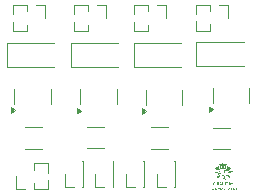
<source format=gbr>
%TF.GenerationSoftware,KiCad,Pcbnew,9.0.0*%
%TF.CreationDate,2025-06-16T15:16:05+05:00*%
%TF.ProjectId,dronemotordriver,64726f6e-656d-46f7-946f-726472697665,rev?*%
%TF.SameCoordinates,Original*%
%TF.FileFunction,Legend,Top*%
%TF.FilePolarity,Positive*%
%FSLAX46Y46*%
G04 Gerber Fmt 4.6, Leading zero omitted, Abs format (unit mm)*
G04 Created by KiCad (PCBNEW 9.0.0) date 2025-06-16 15:16:05*
%MOMM*%
%LPD*%
G01*
G04 APERTURE LIST*
%ADD10C,0.120000*%
%ADD11C,0.000000*%
G04 APERTURE END LIST*
D10*
%TO.C,R3*%
X121322936Y-96115000D02*
X122777064Y-96115000D01*
X121322936Y-97935000D02*
X122777064Y-97935000D01*
%TO.C,R2*%
X115922936Y-96090000D02*
X117377064Y-96090000D01*
X115922936Y-97910000D02*
X117377064Y-97910000D01*
%TO.C,Q2*%
X115365000Y-93537500D02*
X115365000Y-92887500D01*
X115365000Y-93537500D02*
X115365000Y-94187500D01*
X118485000Y-93537500D02*
X118485000Y-92887500D01*
X118485000Y-93537500D02*
X118485000Y-94187500D01*
X115415000Y-94700000D02*
X115085000Y-94940000D01*
X115085000Y-94460000D01*
X115415000Y-94700000D01*
G36*
X115415000Y-94700000D02*
G01*
X115085000Y-94940000D01*
X115085000Y-94460000D01*
X115415000Y-94700000D01*
G37*
%TO.C,+5V*%
X109940000Y-101385000D02*
X109940000Y-100275000D01*
X110700000Y-101385000D02*
X109940000Y-101385000D01*
X111460000Y-99165000D02*
X112665000Y-99165000D01*
X111460000Y-99711529D02*
X111460000Y-99165000D01*
X111460000Y-101385000D02*
X111460000Y-100838471D01*
X111460000Y-101385000D02*
X112665000Y-101385000D01*
X112665000Y-99967470D02*
X112665000Y-99165000D01*
X112665000Y-101385000D02*
X112665000Y-100582530D01*
D11*
%TO.C,G\u002A\u002A\u002A*%
G36*
X126885955Y-100895045D02*
G01*
X126885955Y-101009053D01*
X126864954Y-101009053D01*
X126843952Y-101009053D01*
X126843952Y-100895045D01*
X126843952Y-100781036D01*
X126864954Y-100781036D01*
X126885955Y-100781036D01*
X126885955Y-100895045D01*
G37*
G36*
X126974032Y-101246407D02*
G01*
X126974902Y-101253075D01*
X126969217Y-101263253D01*
X126960332Y-101265682D01*
X126956086Y-101263198D01*
X126951835Y-101252904D01*
X126957205Y-101244811D01*
X126964401Y-101243072D01*
X126974032Y-101246407D01*
G37*
G36*
X127367419Y-101250131D02*
G01*
X127368993Y-101255073D01*
X127364005Y-101263545D01*
X127358492Y-101265931D01*
X127349987Y-101263844D01*
X127347992Y-101255073D01*
X127351029Y-101245224D01*
X127358492Y-101244214D01*
X127367419Y-101250131D01*
G37*
G36*
X127672017Y-100895045D02*
G01*
X127672017Y-101009053D01*
X127651015Y-101009053D01*
X127630014Y-101009053D01*
X127630014Y-100895045D01*
X127630014Y-100781036D01*
X127651015Y-100781036D01*
X127672017Y-100781036D01*
X127672017Y-100895045D01*
G37*
G36*
X127859458Y-101250131D02*
G01*
X127861032Y-101255073D01*
X127856044Y-101263545D01*
X127850531Y-101265931D01*
X127842026Y-101263844D01*
X127840030Y-101255073D01*
X127843067Y-101245224D01*
X127850531Y-101244214D01*
X127859458Y-101250131D01*
G37*
G36*
X126441847Y-101246883D02*
G01*
X126446775Y-101253696D01*
X126446422Y-101256576D01*
X126438993Y-101264286D01*
X126428051Y-101265633D01*
X126420801Y-101260883D01*
X126420535Y-101251165D01*
X126422838Y-101247753D01*
X126432100Y-101244240D01*
X126441847Y-101246883D01*
G37*
G36*
X127615781Y-101381886D02*
G01*
X127617313Y-101386184D01*
X127614003Y-101396807D01*
X127609318Y-101408278D01*
X127602171Y-101421068D01*
X127594955Y-101428254D01*
X127589983Y-101428594D01*
X127589568Y-101420845D01*
X127590130Y-101418586D01*
X127594222Y-101404094D01*
X127596939Y-101394584D01*
X127603183Y-101384067D01*
X127609416Y-101381083D01*
X127615781Y-101381886D01*
G37*
G36*
X126437210Y-101293116D02*
G01*
X126439925Y-101300577D01*
X126441383Y-101315472D01*
X126441900Y-101339813D01*
X126441920Y-101348080D01*
X126441598Y-101375254D01*
X126440420Y-101392450D01*
X126438068Y-101401681D01*
X126434225Y-101404959D01*
X126432920Y-101405085D01*
X126428629Y-101403045D01*
X126425914Y-101395583D01*
X126424456Y-101380688D01*
X126423939Y-101356348D01*
X126423919Y-101348080D01*
X126424241Y-101320907D01*
X126425419Y-101303710D01*
X126427771Y-101294479D01*
X126431614Y-101291201D01*
X126432920Y-101291076D01*
X126437210Y-101293116D01*
G37*
G36*
X126968400Y-101296355D02*
G01*
X126971395Y-101304509D01*
X126973329Y-101320512D01*
X126974583Y-101346339D01*
X126974687Y-101349580D01*
X126975337Y-101375601D01*
X126975026Y-101391898D01*
X126973318Y-101400734D01*
X126969775Y-101404374D01*
X126963961Y-101405085D01*
X126958146Y-101404374D01*
X126954604Y-101400732D01*
X126952896Y-101391894D01*
X126952586Y-101375595D01*
X126953235Y-101349580D01*
X126954442Y-101322648D01*
X126956290Y-101305740D01*
X126959160Y-101296881D01*
X126963435Y-101294096D01*
X126963961Y-101294076D01*
X126968400Y-101296355D01*
G37*
G36*
X127361283Y-101293116D02*
G01*
X127363998Y-101300577D01*
X127365456Y-101315472D01*
X127365973Y-101339813D01*
X127365993Y-101348080D01*
X127365671Y-101375254D01*
X127364493Y-101392450D01*
X127362141Y-101401681D01*
X127358298Y-101404959D01*
X127356992Y-101405085D01*
X127352702Y-101403045D01*
X127349987Y-101395583D01*
X127348529Y-101380688D01*
X127348011Y-101356348D01*
X127347992Y-101348080D01*
X127348314Y-101320907D01*
X127349492Y-101303710D01*
X127351844Y-101294479D01*
X127355687Y-101291201D01*
X127356992Y-101291076D01*
X127361283Y-101293116D01*
G37*
G36*
X127853322Y-101293116D02*
G01*
X127856037Y-101300577D01*
X127857494Y-101315472D01*
X127858012Y-101339813D01*
X127858032Y-101348080D01*
X127857710Y-101375254D01*
X127856531Y-101392450D01*
X127854180Y-101401681D01*
X127850336Y-101404959D01*
X127849031Y-101405085D01*
X127844740Y-101403045D01*
X127842025Y-101395583D01*
X127840568Y-101380688D01*
X127840050Y-101356348D01*
X127840030Y-101348080D01*
X127840352Y-101320907D01*
X127841531Y-101303710D01*
X127843882Y-101294479D01*
X127847726Y-101291201D01*
X127849031Y-101291076D01*
X127853322Y-101293116D01*
G37*
G36*
X127888034Y-100799037D02*
G01*
X127887480Y-100809328D01*
X127883848Y-100814685D01*
X127874185Y-100816718D01*
X127855536Y-100817038D01*
X127855032Y-100817038D01*
X127822029Y-100817038D01*
X127822029Y-100913046D01*
X127822029Y-101009053D01*
X127798027Y-101009053D01*
X127774025Y-101009053D01*
X127774025Y-100913046D01*
X127774025Y-100817038D01*
X127741023Y-100817038D01*
X127722155Y-100816736D01*
X127712335Y-100814755D01*
X127708608Y-100809484D01*
X127708020Y-100799312D01*
X127708020Y-100799037D01*
X127708020Y-100781036D01*
X127798027Y-100781036D01*
X127888034Y-100781036D01*
X127888034Y-100799037D01*
G37*
G36*
X128092799Y-101250811D02*
G01*
X128095368Y-101257210D01*
X128096963Y-101270044D01*
X128097788Y-101291089D01*
X128098048Y-101322120D01*
X128098051Y-101327079D01*
X128097850Y-101359567D01*
X128097112Y-101381833D01*
X128095631Y-101395654D01*
X128093203Y-101402804D01*
X128089622Y-101405059D01*
X128089050Y-101405085D01*
X128085301Y-101403346D01*
X128082732Y-101396947D01*
X128081137Y-101384113D01*
X128080312Y-101363068D01*
X128080052Y-101332037D01*
X128080049Y-101327079D01*
X128080250Y-101294590D01*
X128080988Y-101272324D01*
X128082469Y-101258503D01*
X128084897Y-101251353D01*
X128088478Y-101249098D01*
X128089050Y-101249072D01*
X128092799Y-101250811D01*
G37*
G36*
X126369801Y-101249671D02*
G01*
X126389114Y-101251337D01*
X126399009Y-101253877D01*
X126399917Y-101255073D01*
X126394594Y-101258830D01*
X126381295Y-101260920D01*
X126375915Y-101261073D01*
X126351913Y-101261073D01*
X126351913Y-101333079D01*
X126351687Y-101364124D01*
X126350857Y-101385009D01*
X126349194Y-101397572D01*
X126346466Y-101403646D01*
X126342912Y-101405085D01*
X126339032Y-101403279D01*
X126336421Y-101396639D01*
X126334851Y-101383329D01*
X126334092Y-101361511D01*
X126333912Y-101333079D01*
X126333912Y-101261073D01*
X126309910Y-101261073D01*
X126294880Y-101259742D01*
X126286520Y-101256418D01*
X126285908Y-101255073D01*
X126291594Y-101252243D01*
X126307422Y-101250210D01*
X126331551Y-101249168D01*
X126342912Y-101249072D01*
X126369801Y-101249671D01*
G37*
G36*
X127022839Y-101295906D02*
G01*
X127023966Y-101300417D01*
X127025051Y-101306403D01*
X127030429Y-101304994D01*
X127037302Y-101300417D01*
X127052729Y-101292346D01*
X127062828Y-101292704D01*
X127065969Y-101300076D01*
X127061166Y-101308032D01*
X127056969Y-101309077D01*
X127041297Y-101314535D01*
X127030311Y-101330160D01*
X127024629Y-101354827D01*
X127023966Y-101369082D01*
X127023275Y-101389987D01*
X127020824Y-101401211D01*
X127016050Y-101405014D01*
X127014965Y-101405085D01*
X127010675Y-101403045D01*
X127007960Y-101395583D01*
X127006502Y-101380688D01*
X127005984Y-101356348D01*
X127005965Y-101348080D01*
X127006287Y-101320907D01*
X127007465Y-101303710D01*
X127009817Y-101294479D01*
X127013660Y-101291201D01*
X127014965Y-101291076D01*
X127022839Y-101295906D01*
G37*
G36*
X127430372Y-101272045D02*
G01*
X127431998Y-101278676D01*
X127436424Y-101288445D01*
X127448037Y-101292177D01*
X127462081Y-101296283D01*
X127466681Y-101302317D01*
X127461476Y-101307471D01*
X127450213Y-101309077D01*
X127431426Y-101309077D01*
X127433212Y-101346580D01*
X127434638Y-101367296D01*
X127437160Y-101378887D01*
X127441892Y-101384226D01*
X127448500Y-101386000D01*
X127459055Y-101390747D01*
X127462001Y-101396501D01*
X127457284Y-101403138D01*
X127446083Y-101404869D01*
X127432824Y-101401791D01*
X127423426Y-101395655D01*
X127417345Y-101384042D01*
X127414405Y-101363530D01*
X127413997Y-101347652D01*
X127413384Y-101325911D01*
X127411198Y-101313883D01*
X127406914Y-101309325D01*
X127404996Y-101309077D01*
X127397041Y-101304274D01*
X127395995Y-101300076D01*
X127400799Y-101292121D01*
X127404996Y-101291076D01*
X127412326Y-101286073D01*
X127413997Y-101279075D01*
X127417749Y-101269301D01*
X127422997Y-101267074D01*
X127430372Y-101272045D01*
G37*
G36*
X127168207Y-101298806D02*
G01*
X127178751Y-101307430D01*
X127188598Y-101318134D01*
X127190276Y-101323407D01*
X127184528Y-101325857D01*
X127184026Y-101325958D01*
X127171812Y-101323395D01*
X127165759Y-101318133D01*
X127153637Y-101310662D01*
X127137752Y-101310105D01*
X127119419Y-101316675D01*
X127108081Y-101330197D01*
X127104142Y-101347595D01*
X127108007Y-101365790D01*
X127120080Y-101381705D01*
X127127646Y-101386941D01*
X127138918Y-101392060D01*
X127148125Y-101391005D01*
X127160654Y-101383006D01*
X127161966Y-101382040D01*
X127177393Y-101372559D01*
X127186274Y-101370885D01*
X127187414Y-101376571D01*
X127179973Y-101388727D01*
X127168681Y-101399736D01*
X127154711Y-101404390D01*
X127141073Y-101405085D01*
X127122252Y-101403419D01*
X127109161Y-101396641D01*
X127099505Y-101386623D01*
X127086151Y-101363185D01*
X127084447Y-101339465D01*
X127094356Y-101316923D01*
X127101511Y-101308616D01*
X127123072Y-101294058D01*
X127145998Y-101290777D01*
X127168207Y-101298806D01*
G37*
G36*
X126491191Y-101294511D02*
G01*
X126492934Y-101297092D01*
X126500904Y-101299845D01*
X126507895Y-101297092D01*
X126529179Y-101291359D01*
X126550083Y-101295117D01*
X126561930Y-101303077D01*
X126568385Y-101311738D01*
X126572076Y-101323744D01*
X126573683Y-101342323D01*
X126573931Y-101360081D01*
X126573459Y-101383819D01*
X126571755Y-101397753D01*
X126568385Y-101404054D01*
X126564930Y-101405085D01*
X126559978Y-101402564D01*
X126557176Y-101393521D01*
X126556033Y-101375735D01*
X126555929Y-101364281D01*
X126554774Y-101337725D01*
X126550562Y-101321016D01*
X126542171Y-101312157D01*
X126528480Y-101309152D01*
X126524938Y-101309077D01*
X126511029Y-101312128D01*
X126502058Y-101322307D01*
X126497274Y-101341159D01*
X126495924Y-101368687D01*
X126495246Y-101389722D01*
X126492840Y-101401071D01*
X126488147Y-101404993D01*
X126486924Y-101405085D01*
X126482633Y-101403045D01*
X126479918Y-101395583D01*
X126478460Y-101380688D01*
X126477943Y-101356348D01*
X126477923Y-101348080D01*
X126478716Y-101317453D01*
X126481144Y-101298479D01*
X126485278Y-101290913D01*
X126491191Y-101294511D01*
G37*
G36*
X127427044Y-100865586D02*
G01*
X127427924Y-100899142D01*
X127428986Y-100922807D01*
X127430586Y-100938693D01*
X127433078Y-100948908D01*
X127436816Y-100955563D01*
X127442153Y-100960767D01*
X127443164Y-100961594D01*
X127463305Y-100971033D01*
X127486764Y-100972304D01*
X127504136Y-100966980D01*
X127513852Y-100957232D01*
X127520873Y-100939231D01*
X127525403Y-100911971D01*
X127527643Y-100874445D01*
X127527972Y-100848541D01*
X127528006Y-100781036D01*
X127549007Y-100781036D01*
X127570009Y-100781036D01*
X127570000Y-100863542D01*
X127569342Y-100904618D01*
X127567026Y-100935719D01*
X127562521Y-100958817D01*
X127555299Y-100975886D01*
X127544828Y-100988897D01*
X127534006Y-100997540D01*
X127512090Y-101007012D01*
X127483699Y-101011399D01*
X127453504Y-101010062D01*
X127448519Y-101009218D01*
X127426793Y-101002882D01*
X127410293Y-100992252D01*
X127398396Y-100975911D01*
X127390480Y-100952440D01*
X127385923Y-100920422D01*
X127384101Y-100878440D01*
X127383994Y-100862235D01*
X127383994Y-100781036D01*
X127404543Y-100781036D01*
X127425091Y-100781036D01*
X127427044Y-100865586D01*
G37*
G36*
X126877106Y-101245631D02*
G01*
X126894718Y-101252362D01*
X126907824Y-101261002D01*
X126918173Y-101271894D01*
X126924035Y-101282293D01*
X126923682Y-101289455D01*
X126919102Y-101291076D01*
X126909324Y-101287108D01*
X126896883Y-101277422D01*
X126895501Y-101276075D01*
X126875964Y-101264141D01*
X126853653Y-101262212D01*
X126831860Y-101269937D01*
X126815640Y-101284555D01*
X126809655Y-101299968D01*
X126807899Y-101321645D01*
X126810125Y-101344713D01*
X126816086Y-101364300D01*
X126820023Y-101370812D01*
X126838477Y-101385806D01*
X126860182Y-101390793D01*
X126881925Y-101385876D01*
X126900495Y-101371160D01*
X126902797Y-101368130D01*
X126912172Y-101359773D01*
X126921863Y-101357209D01*
X126927626Y-101361211D01*
X126927959Y-101363543D01*
X126924034Y-101371530D01*
X126914239Y-101383569D01*
X126910419Y-101387545D01*
X126888693Y-101401412D01*
X126862733Y-101406262D01*
X126836325Y-101402001D01*
X126814810Y-101389887D01*
X126796734Y-101367953D01*
X126787310Y-101341865D01*
X126786237Y-101314383D01*
X126793213Y-101288272D01*
X126807934Y-101266292D01*
X126829985Y-101251254D01*
X126854809Y-101243990D01*
X126877106Y-101245631D01*
G37*
G36*
X127548637Y-101295048D02*
G01*
X127562856Y-101304952D01*
X127569834Y-101317764D01*
X127570009Y-101320050D01*
X127566635Y-101326566D01*
X127558491Y-101324231D01*
X127552008Y-101318078D01*
X127540805Y-101311420D01*
X127527271Y-101309077D01*
X127514360Y-101311200D01*
X127510077Y-101318836D01*
X127510004Y-101320729D01*
X127513319Y-101329173D01*
X127524775Y-101335944D01*
X127538425Y-101340408D01*
X127560585Y-101350157D01*
X127573090Y-101363340D01*
X127575143Y-101378506D01*
X127567173Y-101392902D01*
X127552082Y-101402024D01*
X127531859Y-101405410D01*
X127511603Y-101402972D01*
X127496413Y-101394624D01*
X127495933Y-101394111D01*
X127486680Y-101380062D01*
X127486835Y-101371513D01*
X127494365Y-101370349D01*
X127507235Y-101378453D01*
X127510004Y-101381083D01*
X127526141Y-101391377D01*
X127541879Y-101391355D01*
X127552008Y-101384083D01*
X127555686Y-101372927D01*
X127548438Y-101363134D01*
X127531334Y-101355878D01*
X127524964Y-101354469D01*
X127504498Y-101346452D01*
X127493077Y-101333679D01*
X127490425Y-101318954D01*
X127496266Y-101305078D01*
X127510321Y-101294854D01*
X127531223Y-101291076D01*
X127548637Y-101295048D01*
G37*
G36*
X126705465Y-101293892D02*
G01*
X126706075Y-101295576D01*
X126703727Y-101304678D01*
X126697176Y-101321399D01*
X126687567Y-101343373D01*
X126676041Y-101368233D01*
X126663744Y-101393612D01*
X126651819Y-101417144D01*
X126641408Y-101436463D01*
X126633656Y-101449201D01*
X126629968Y-101453088D01*
X126622623Y-101449632D01*
X126621934Y-101447292D01*
X126624335Y-101438443D01*
X126630245Y-101424123D01*
X126631589Y-101421249D01*
X126635963Y-101411130D01*
X126637530Y-101402270D01*
X126635767Y-101391652D01*
X126630155Y-101376260D01*
X126620173Y-101353078D01*
X126619588Y-101351749D01*
X126608139Y-101325217D01*
X126601359Y-101307722D01*
X126598837Y-101297427D01*
X126600161Y-101292497D01*
X126604918Y-101291095D01*
X126605979Y-101291076D01*
X126611934Y-101296259D01*
X126620300Y-101309957D01*
X126629422Y-101329391D01*
X126630859Y-101332890D01*
X126639424Y-101352490D01*
X126646800Y-101366378D01*
X126651613Y-101372031D01*
X126652129Y-101371963D01*
X126656568Y-101365457D01*
X126664055Y-101350932D01*
X126673020Y-101331449D01*
X126673588Y-101330148D01*
X126682986Y-101310880D01*
X126691707Y-101296923D01*
X126697964Y-101291105D01*
X126698276Y-101291076D01*
X126705465Y-101293892D01*
G37*
G36*
X127313279Y-101293116D02*
G01*
X127315994Y-101300577D01*
X127317452Y-101315472D01*
X127317969Y-101339813D01*
X127317989Y-101348080D01*
X127317667Y-101375254D01*
X127316489Y-101392450D01*
X127314137Y-101401681D01*
X127310294Y-101404959D01*
X127308989Y-101405085D01*
X127301252Y-101400213D01*
X127299988Y-101395154D01*
X127299130Y-101388565D01*
X127294512Y-101390367D01*
X127289014Y-101395154D01*
X127272636Y-101403490D01*
X127252965Y-101404983D01*
X127234930Y-101399895D01*
X127225322Y-101391749D01*
X127220161Y-101379026D01*
X127216861Y-101360413D01*
X127215431Y-101339165D01*
X127215883Y-101318542D01*
X127218229Y-101301801D01*
X127222478Y-101292199D01*
X127224982Y-101291076D01*
X127229919Y-101293585D01*
X127232721Y-101302591D01*
X127233873Y-101320311D01*
X127233983Y-101332149D01*
X127234668Y-101355741D01*
X127237240Y-101370728D01*
X127242473Y-101380456D01*
X127246008Y-101384105D01*
X127257288Y-101391363D01*
X127269196Y-101389785D01*
X127273131Y-101388109D01*
X127287862Y-101376151D01*
X127296642Y-101355773D01*
X127299937Y-101325802D01*
X127299988Y-101320687D01*
X127300975Y-101301957D01*
X127304388Y-101292882D01*
X127308989Y-101291076D01*
X127313279Y-101293116D01*
G37*
G36*
X128587727Y-101296799D02*
G01*
X128596690Y-101303677D01*
X128604811Y-101314255D01*
X128603519Y-101321824D01*
X128602286Y-101323178D01*
X128594899Y-101326169D01*
X128587196Y-101319130D01*
X128573785Y-101310564D01*
X128562098Y-101310129D01*
X128548652Y-101314404D01*
X128545816Y-101321805D01*
X128553188Y-101330682D01*
X128569091Y-101338909D01*
X128589827Y-101347455D01*
X128601586Y-101354726D01*
X128606848Y-101363030D01*
X128608090Y-101374674D01*
X128608091Y-101375225D01*
X128603721Y-101391650D01*
X128590175Y-101401445D01*
X128566799Y-101405048D01*
X128563482Y-101405085D01*
X128541682Y-101400754D01*
X128530085Y-101393084D01*
X128519815Y-101379566D01*
X128519018Y-101371210D01*
X128525780Y-101369381D01*
X128538190Y-101375444D01*
X128545867Y-101381817D01*
X128559994Y-101390196D01*
X128574270Y-101391567D01*
X128585169Y-101386570D01*
X128589165Y-101375848D01*
X128588979Y-101373967D01*
X128583974Y-101364500D01*
X128570662Y-101356988D01*
X128558661Y-101353018D01*
X128539837Y-101346044D01*
X128529874Y-101337734D01*
X128526447Y-101329677D01*
X128527189Y-101312993D01*
X128536635Y-101300273D01*
X128551839Y-101292606D01*
X128569852Y-101291084D01*
X128587727Y-101296799D01*
G37*
G36*
X128299828Y-100797537D02*
G01*
X128293171Y-100809793D01*
X128282263Y-100829248D01*
X128268892Y-100852729D01*
X128260671Y-100867015D01*
X128246707Y-100891668D01*
X128237796Y-100909640D01*
X128232807Y-100924536D01*
X128230608Y-100939959D01*
X128230069Y-100959513D01*
X128230061Y-100964523D01*
X128230061Y-101009053D01*
X128209059Y-101009053D01*
X128188058Y-101009053D01*
X128188058Y-100966178D01*
X128187816Y-100948214D01*
X128186443Y-100933863D01*
X128182966Y-100920364D01*
X128176414Y-100904955D01*
X128165814Y-100884874D01*
X128150194Y-100857359D01*
X128149055Y-100855375D01*
X128134520Y-100829828D01*
X128122444Y-100808162D01*
X128113947Y-100792417D01*
X128110150Y-100784639D01*
X128110052Y-100784241D01*
X128115363Y-100782191D01*
X128128552Y-100781093D01*
X128132860Y-100781036D01*
X128144169Y-100781552D01*
X128152576Y-100784482D01*
X128160306Y-100791893D01*
X128169584Y-100805854D01*
X128181273Y-100826039D01*
X128193055Y-100846287D01*
X128202587Y-100861810D01*
X128208375Y-100870212D01*
X128209314Y-100871043D01*
X128213093Y-100866160D01*
X128221086Y-100853130D01*
X128231830Y-100834378D01*
X128236449Y-100826039D01*
X128248634Y-100804264D01*
X128257366Y-100790965D01*
X128264887Y-100784053D01*
X128273440Y-100781439D01*
X128284762Y-100781036D01*
X128308375Y-100781036D01*
X128299828Y-100797537D01*
G37*
G36*
X128007540Y-100781783D02*
G01*
X128031356Y-100783783D01*
X128048539Y-100786672D01*
X128053215Y-100788204D01*
X128071391Y-100802188D01*
X128081989Y-100821999D01*
X128084844Y-100844373D01*
X128079791Y-100866046D01*
X128066666Y-100883754D01*
X128058323Y-100889432D01*
X128048512Y-100895523D01*
X128048280Y-100901178D01*
X128055336Y-100909593D01*
X128062894Y-100921254D01*
X128072219Y-100940436D01*
X128081431Y-100963226D01*
X128082396Y-100965895D01*
X128098041Y-101009743D01*
X128073210Y-101007898D01*
X128048378Y-101006053D01*
X128035094Y-100964950D01*
X128026183Y-100939992D01*
X128017728Y-100924553D01*
X128007621Y-100916429D01*
X127993753Y-100913415D01*
X127985542Y-100913138D01*
X127966040Y-100913046D01*
X127966040Y-100961050D01*
X127966040Y-101009053D01*
X127945039Y-101009053D01*
X127924037Y-101009053D01*
X127924037Y-100895045D01*
X127924037Y-100877043D01*
X127966040Y-100877043D01*
X127994542Y-100876951D01*
X128012804Y-100876022D01*
X128026233Y-100873778D01*
X128029483Y-100872451D01*
X128039209Y-100859330D01*
X128039827Y-100842269D01*
X128035043Y-100831194D01*
X128027037Y-100822348D01*
X128015530Y-100818130D01*
X127996364Y-100817039D01*
X127995904Y-100817038D01*
X127966040Y-100817038D01*
X127966040Y-100847041D01*
X127966040Y-100877043D01*
X127924037Y-100877043D01*
X127924037Y-100847041D01*
X127924037Y-100781036D01*
X127980759Y-100781036D01*
X128007540Y-100781783D01*
G37*
G36*
X128344894Y-101295982D02*
G01*
X128361969Y-101308595D01*
X128372415Y-101325759D01*
X128374072Y-101335806D01*
X128373495Y-101343755D01*
X128370026Y-101348319D01*
X128361062Y-101350438D01*
X128344000Y-101351048D01*
X128331652Y-101351080D01*
X128309606Y-101351315D01*
X128297091Y-101352561D01*
X128291638Y-101355628D01*
X128290779Y-101361326D01*
X128291149Y-101364381D01*
X128297512Y-101376745D01*
X128309258Y-101386740D01*
X128320910Y-101392069D01*
X128330146Y-101391098D01*
X128342595Y-101383121D01*
X128343517Y-101382440D01*
X128357935Y-101372459D01*
X128365349Y-101369765D01*
X128367918Y-101373894D01*
X128368072Y-101377153D01*
X128362868Y-101390378D01*
X128349500Y-101399679D01*
X128331333Y-101404467D01*
X128311729Y-101404151D01*
X128294055Y-101398141D01*
X128285801Y-101391584D01*
X128271429Y-101369431D01*
X128268537Y-101345790D01*
X128271802Y-101331279D01*
X128290066Y-101331279D01*
X128294709Y-101336258D01*
X128309388Y-101338711D01*
X128323068Y-101339079D01*
X128344135Y-101337982D01*
X128354510Y-101334512D01*
X128356071Y-101331279D01*
X128350725Y-101318423D01*
X128336273Y-101310648D01*
X128323068Y-101309077D01*
X128303958Y-101312674D01*
X128292401Y-101322396D01*
X128290066Y-101331279D01*
X128271802Y-101331279D01*
X128272089Y-101330003D01*
X128284738Y-101307258D01*
X128304305Y-101294282D01*
X128324676Y-101291076D01*
X128344894Y-101295982D01*
G37*
G36*
X126738436Y-100780641D02*
G01*
X126766064Y-100789893D01*
X126787772Y-100805928D01*
X126796605Y-100818267D01*
X126798162Y-100827627D01*
X126790191Y-100836375D01*
X126787154Y-100838457D01*
X126776874Y-100844189D01*
X126768812Y-100843799D01*
X126758149Y-100836456D01*
X126753589Y-100832661D01*
X126730686Y-100820199D01*
X126706023Y-100817880D01*
X126682811Y-100825417D01*
X126665717Y-100840520D01*
X126658240Y-100857391D01*
X126654160Y-100880917D01*
X126653974Y-100906107D01*
X126657311Y-100925322D01*
X126669019Y-100948438D01*
X126686622Y-100964511D01*
X126707494Y-100972585D01*
X126729011Y-100971703D01*
X126748547Y-100960910D01*
X126750331Y-100959209D01*
X126760802Y-100947258D01*
X126766694Y-100937801D01*
X126766720Y-100937725D01*
X126770810Y-100933206D01*
X126780226Y-100935212D01*
X126785608Y-100937529D01*
X126798349Y-100946341D01*
X126800914Y-100957781D01*
X126793517Y-100973825D01*
X126790103Y-100978832D01*
X126770614Y-100996520D01*
X126743667Y-101007639D01*
X126712376Y-101011305D01*
X126686340Y-101008286D01*
X126667043Y-101002255D01*
X126650324Y-100994381D01*
X126649132Y-100993628D01*
X126630851Y-100975042D01*
X126618211Y-100948827D01*
X126611236Y-100917834D01*
X126609945Y-100884915D01*
X126614362Y-100852920D01*
X126624507Y-100824700D01*
X126640403Y-100803108D01*
X126647633Y-100797442D01*
X126676460Y-100784030D01*
X126707648Y-100778558D01*
X126738436Y-100780641D01*
G37*
G36*
X127768169Y-101249773D02*
G01*
X127783746Y-101252376D01*
X127794134Y-101257631D01*
X127798027Y-101261073D01*
X127808360Y-101278416D01*
X127808024Y-101296844D01*
X127798024Y-101312080D01*
X127786020Y-101322944D01*
X127798024Y-101331352D01*
X127806458Y-101343426D01*
X127810180Y-101361032D01*
X127808381Y-101378353D01*
X127805436Y-101384685D01*
X127790243Y-101396782D01*
X127764512Y-101403551D01*
X127738417Y-101405085D01*
X127702019Y-101405085D01*
X127702019Y-101387083D01*
X127720021Y-101387083D01*
X127748823Y-101387083D01*
X127767363Y-101385664D01*
X127781274Y-101382069D01*
X127784826Y-101379883D01*
X127790838Y-101368184D01*
X127792027Y-101360081D01*
X127788371Y-101345235D01*
X127776505Y-101336552D01*
X127755082Y-101333189D01*
X127748823Y-101333079D01*
X127720021Y-101333079D01*
X127720021Y-101360081D01*
X127720021Y-101387083D01*
X127702019Y-101387083D01*
X127702019Y-101360081D01*
X127702019Y-101327079D01*
X127702019Y-101315078D01*
X127719331Y-101315078D01*
X127746249Y-101315078D01*
X127767759Y-101312698D01*
X127781951Y-101306255D01*
X127782597Y-101305648D01*
X127790753Y-101294604D01*
X127789441Y-101284463D01*
X127779684Y-101272732D01*
X127764940Y-101263573D01*
X127745181Y-101262232D01*
X127731217Y-101264156D01*
X127724503Y-101269234D01*
X127721872Y-101281072D01*
X127721176Y-101289576D01*
X127719331Y-101315078D01*
X127702019Y-101315078D01*
X127702019Y-101249072D01*
X127744023Y-101249072D01*
X127768169Y-101249773D01*
G37*
G36*
X127288474Y-100782338D02*
G01*
X127314019Y-100791298D01*
X127331800Y-100804831D01*
X127335813Y-100810706D01*
X127341329Y-100824686D01*
X127337911Y-100833811D01*
X127327075Y-100840995D01*
X127316216Y-100845399D01*
X127307803Y-100842991D01*
X127297359Y-100833008D01*
X127277802Y-100819982D01*
X127254481Y-100816577D01*
X127230894Y-100822858D01*
X127217816Y-100831520D01*
X127209459Y-100839506D01*
X127204449Y-100847863D01*
X127201935Y-100859800D01*
X127201066Y-100878525D01*
X127200980Y-100895045D01*
X127201254Y-100919623D01*
X127202643Y-100935413D01*
X127205999Y-100945623D01*
X127212170Y-100953463D01*
X127217816Y-100958569D01*
X127234447Y-100968693D01*
X127251456Y-100973043D01*
X127252036Y-100973051D01*
X127267663Y-100971108D01*
X127283689Y-100966336D01*
X127295856Y-100960316D01*
X127299988Y-100955233D01*
X127303146Y-100947784D01*
X127307732Y-100940751D01*
X127315001Y-100933876D01*
X127324409Y-100934544D01*
X127331734Y-100937567D01*
X127343144Y-100943578D01*
X127346897Y-100949860D01*
X127343226Y-100959727D01*
X127334267Y-100973663D01*
X127312524Y-100995821D01*
X127284049Y-101008452D01*
X127249834Y-101011211D01*
X127232094Y-101009008D01*
X127200844Y-100997777D01*
X127176757Y-100977162D01*
X127160279Y-100947724D01*
X127151856Y-100910023D01*
X127151650Y-100907887D01*
X127152491Y-100867241D01*
X127162535Y-100833369D01*
X127181156Y-100807030D01*
X127207726Y-100788985D01*
X127241618Y-100779992D01*
X127257985Y-100779097D01*
X127288474Y-100782338D01*
G37*
G36*
X128473212Y-101296403D02*
G01*
X128482081Y-101303077D01*
X128488536Y-101311738D01*
X128492228Y-101323744D01*
X128493834Y-101342323D01*
X128494082Y-101360081D01*
X128493610Y-101383819D01*
X128491907Y-101397753D01*
X128488536Y-101404054D01*
X128485081Y-101405085D01*
X128477107Y-101401213D01*
X128476080Y-101397884D01*
X128474309Y-101393709D01*
X128468880Y-101397884D01*
X128456455Y-101403467D01*
X128438394Y-101404810D01*
X128420213Y-101402113D01*
X128407504Y-101395655D01*
X128399058Y-101379877D01*
X128399826Y-101370234D01*
X128416477Y-101370234D01*
X128419083Y-101380393D01*
X128426577Y-101386603D01*
X128442409Y-101392408D01*
X128456034Y-101388017D01*
X128464079Y-101381083D01*
X128474680Y-101366810D01*
X128474626Y-101356628D01*
X128464124Y-101351502D01*
X128457685Y-101351080D01*
X128437333Y-101353801D01*
X128423079Y-101360778D01*
X128416477Y-101370234D01*
X128399826Y-101370234D01*
X128400433Y-101362619D01*
X128411244Y-101348537D01*
X128411410Y-101348420D01*
X128425927Y-101342443D01*
X128445343Y-101339247D01*
X128450413Y-101339079D01*
X128468804Y-101336903D01*
X128476275Y-101330576D01*
X128472578Y-101320408D01*
X128468880Y-101316278D01*
X128456433Y-101310249D01*
X128440672Y-101309733D01*
X128427317Y-101314424D01*
X128423291Y-101318694D01*
X128413651Y-101325700D01*
X128406491Y-101326048D01*
X128399933Y-101323761D01*
X128400697Y-101319067D01*
X128409480Y-101309274D01*
X128411303Y-101307430D01*
X128430864Y-101294607D01*
X128452750Y-101290854D01*
X128473212Y-101296403D01*
G37*
G36*
X127012497Y-100782005D02*
G01*
X127041682Y-100783034D01*
X127061426Y-100784398D01*
X127074286Y-100786692D01*
X127082820Y-100790511D01*
X127089583Y-100796452D01*
X127093503Y-100800872D01*
X127106159Y-100823685D01*
X127108198Y-100848187D01*
X127099749Y-100871331D01*
X127090052Y-100882968D01*
X127079146Y-100894302D01*
X127076606Y-100901394D01*
X127080713Y-100906832D01*
X127086839Y-100915892D01*
X127094660Y-100932810D01*
X127102487Y-100953928D01*
X127102512Y-100954003D01*
X127109516Y-100975107D01*
X127115244Y-100992151D01*
X127118471Y-101001491D01*
X127118493Y-101001553D01*
X127116003Y-101006815D01*
X127102876Y-101008966D01*
X127097795Y-101009053D01*
X127074332Y-101009053D01*
X127060814Y-100967082D01*
X127050899Y-100940676D01*
X127040526Y-100924196D01*
X127027799Y-100915652D01*
X127010825Y-100913056D01*
X127009359Y-100913046D01*
X127001725Y-100913514D01*
X126997153Y-100916552D01*
X126994860Y-100924609D01*
X126994058Y-100940135D01*
X126993964Y-100961050D01*
X126993964Y-101009053D01*
X126969962Y-101009053D01*
X126945960Y-101009053D01*
X126945960Y-100894514D01*
X126945960Y-100877043D01*
X126993964Y-100877043D01*
X127022766Y-100877043D01*
X127041306Y-100875623D01*
X127055217Y-100872029D01*
X127058769Y-100869843D01*
X127064314Y-100858622D01*
X127065969Y-100847041D01*
X127062916Y-100830840D01*
X127052611Y-100821343D01*
X127033339Y-100817357D01*
X127022766Y-100817038D01*
X126993964Y-100817038D01*
X126993964Y-100847041D01*
X126993964Y-100877043D01*
X126945960Y-100877043D01*
X126945960Y-100847041D01*
X126945960Y-100779974D01*
X127012497Y-100782005D01*
G37*
G36*
X128236749Y-101244781D02*
G01*
X128239298Y-101251072D01*
X128240902Y-101263692D01*
X128241755Y-101284388D01*
X128242052Y-101314906D01*
X128242062Y-101324078D01*
X128241872Y-101357269D01*
X128241173Y-101380209D01*
X128239771Y-101394646D01*
X128237471Y-101402326D01*
X128234080Y-101404995D01*
X128233061Y-101405085D01*
X128225324Y-101400213D01*
X128224061Y-101395154D01*
X128223203Y-101388565D01*
X128218585Y-101390367D01*
X128213087Y-101395154D01*
X128195481Y-101403802D01*
X128173860Y-101404615D01*
X128153011Y-101397921D01*
X128142781Y-101390356D01*
X128132566Y-101376422D01*
X128128430Y-101358792D01*
X128128053Y-101348080D01*
X128128499Y-101343348D01*
X128146516Y-101343348D01*
X128146882Y-101361502D01*
X128154274Y-101377661D01*
X128169196Y-101388600D01*
X128170056Y-101388920D01*
X128183774Y-101392289D01*
X128195403Y-101389413D01*
X128200740Y-101386718D01*
X128214603Y-101373108D01*
X128220399Y-101353744D01*
X128217536Y-101334701D01*
X128208116Y-101317832D01*
X128194486Y-101310304D01*
X128182530Y-101309169D01*
X128164845Y-101313956D01*
X128152672Y-101326424D01*
X128146516Y-101343348D01*
X128128499Y-101343348D01*
X128130041Y-101326985D01*
X128137256Y-101312035D01*
X128142781Y-101305804D01*
X128162440Y-101293932D01*
X128185602Y-101291388D01*
X128207804Y-101298525D01*
X128210724Y-101300417D01*
X128218317Y-101305230D01*
X128222288Y-101304539D01*
X128223811Y-101296231D01*
X128224060Y-101278191D01*
X128224061Y-101276415D01*
X128224854Y-101256397D01*
X128227640Y-101246037D01*
X128233032Y-101243072D01*
X128233061Y-101243072D01*
X128236749Y-101244781D01*
G37*
G36*
X127974042Y-101290524D02*
G01*
X127988781Y-101293346D01*
X127995847Y-101298778D01*
X127996043Y-101300076D01*
X127991230Y-101308004D01*
X127986928Y-101309077D01*
X127980588Y-101312661D01*
X127981266Y-101322838D01*
X127980248Y-101340623D01*
X127969801Y-101355959D01*
X127952496Y-101366242D01*
X127935602Y-101369082D01*
X127918446Y-101370813D01*
X127912721Y-101374989D01*
X127918533Y-101380084D01*
X127934538Y-101384335D01*
X127957396Y-101388653D01*
X127971334Y-101392872D01*
X127979360Y-101398227D01*
X127983740Y-101404521D01*
X127987006Y-101421910D01*
X127979919Y-101438597D01*
X127965576Y-101450329D01*
X127946343Y-101457597D01*
X127928013Y-101457212D01*
X127907536Y-101450143D01*
X127893736Y-101441939D01*
X127888489Y-101431004D01*
X127888034Y-101423730D01*
X127889032Y-101416407D01*
X127907011Y-101416407D01*
X127909872Y-101430486D01*
X127921340Y-101439221D01*
X127938789Y-101441495D01*
X127956549Y-101437445D01*
X127965016Y-101429131D01*
X127965838Y-101417048D01*
X127959686Y-101406082D01*
X127951649Y-101401701D01*
X127929099Y-101399222D01*
X127913745Y-101404375D01*
X127907011Y-101416407D01*
X127889032Y-101416407D01*
X127889947Y-101409698D01*
X127894326Y-101401904D01*
X127896983Y-101395122D01*
X127893498Y-101389437D01*
X127889801Y-101380501D01*
X127895790Y-101370458D01*
X127895903Y-101370332D01*
X127901978Y-101358118D01*
X127899823Y-101350943D01*
X127895079Y-101334588D01*
X127912385Y-101334588D01*
X127914488Y-101342813D01*
X127922417Y-101349052D01*
X127936081Y-101350042D01*
X127950714Y-101346341D01*
X127961548Y-101338507D01*
X127962435Y-101337203D01*
X127965379Y-101327698D01*
X127959556Y-101318764D01*
X127955247Y-101315003D01*
X127939310Y-101307562D01*
X127924885Y-101309688D01*
X127914926Y-101319368D01*
X127912385Y-101334588D01*
X127895079Y-101334588D01*
X127894354Y-101332088D01*
X127898998Y-101312666D01*
X127906036Y-101303077D01*
X127917626Y-101296588D01*
X127935080Y-101292257D01*
X127955014Y-101290199D01*
X127974042Y-101290524D01*
G37*
G36*
X127488300Y-99827062D02*
G01*
X127515566Y-99827500D01*
X127534626Y-99828476D01*
X127547374Y-99830191D01*
X127555709Y-99832847D01*
X127561526Y-99836645D01*
X127564009Y-99838961D01*
X127571956Y-99853068D01*
X127575726Y-99875833D01*
X127575351Y-99908066D01*
X127570864Y-99950578D01*
X127569123Y-99962781D01*
X127564542Y-99988639D01*
X127559026Y-100006529D01*
X127551001Y-100020471D01*
X127542593Y-100030532D01*
X127522951Y-100051978D01*
X127460973Y-100053365D01*
X127433631Y-100053450D01*
X127409761Y-100052565D01*
X127392576Y-100050880D01*
X127386505Y-100049432D01*
X127366113Y-100035615D01*
X127350997Y-100013223D01*
X127340557Y-99981156D01*
X127336423Y-99957803D01*
X127331412Y-99918280D01*
X127328890Y-99888713D01*
X127328891Y-99867600D01*
X127349588Y-99867600D01*
X127349680Y-99885815D01*
X127352374Y-99913768D01*
X127355109Y-99934664D01*
X127361281Y-99972405D01*
X127368866Y-99999669D01*
X127379650Y-100017971D01*
X127395416Y-100028830D01*
X127417948Y-100033762D01*
X127449031Y-100034285D01*
X127471001Y-100033207D01*
X127495428Y-100030934D01*
X127511505Y-100027030D01*
X127522874Y-100020410D01*
X127527240Y-100016439D01*
X127534012Y-100007896D01*
X127539295Y-99996106D01*
X127543802Y-99978603D01*
X127548247Y-99952922D01*
X127550842Y-99935013D01*
X127555064Y-99900832D01*
X127556664Y-99877107D01*
X127555694Y-99862594D01*
X127553954Y-99857878D01*
X127550105Y-99854076D01*
X127542918Y-99851370D01*
X127530593Y-99849583D01*
X127511330Y-99848538D01*
X127483327Y-99848058D01*
X127453000Y-99847962D01*
X127416598Y-99848114D01*
X127390393Y-99848688D01*
X127372587Y-99849860D01*
X127361376Y-99851808D01*
X127354962Y-99854708D01*
X127352046Y-99857878D01*
X127349588Y-99867600D01*
X127328891Y-99867600D01*
X127328891Y-99867311D01*
X127331449Y-99852285D01*
X127336597Y-99841842D01*
X127338633Y-99839357D01*
X127343491Y-99834798D01*
X127349790Y-99831516D01*
X127359414Y-99829302D01*
X127374247Y-99827948D01*
X127396172Y-99827246D01*
X127427074Y-99826988D01*
X127450930Y-99826960D01*
X127488300Y-99827062D01*
G37*
G36*
X127523312Y-99305504D02*
G01*
X127585194Y-99310724D01*
X127635628Y-99319345D01*
X127674594Y-99331361D01*
X127702072Y-99346769D01*
X127708261Y-99352241D01*
X127720892Y-99372162D01*
X127730093Y-99402753D01*
X127735714Y-99443137D01*
X127737605Y-99492441D01*
X127737110Y-99520036D01*
X127735497Y-99552053D01*
X127732929Y-99574874D01*
X127728937Y-99591296D01*
X127723052Y-99604114D01*
X127722965Y-99604261D01*
X127704973Y-99624475D01*
X127676857Y-99642861D01*
X127640417Y-99658961D01*
X127597450Y-99672319D01*
X127549757Y-99682477D01*
X127499135Y-99688979D01*
X127447384Y-99691368D01*
X127396303Y-99689186D01*
X127390789Y-99688646D01*
X127332628Y-99679477D01*
X127277258Y-99664802D01*
X127228894Y-99645759D01*
X127225209Y-99643959D01*
X127201594Y-99630220D01*
X127184805Y-99614713D01*
X127173650Y-99595090D01*
X127168679Y-99575773D01*
X127383554Y-99575773D01*
X127387415Y-99583337D01*
X127397876Y-99590762D01*
X127400496Y-99591877D01*
X127437020Y-99601405D01*
X127471913Y-99600135D01*
X127499504Y-99591970D01*
X127511139Y-99584837D01*
X127516248Y-99577040D01*
X127514369Y-99571601D01*
X127505040Y-99571540D01*
X127502504Y-99572344D01*
X127489477Y-99574877D01*
X127469234Y-99576617D01*
X127450000Y-99577147D01*
X127427384Y-99576420D01*
X127407937Y-99574529D01*
X127397495Y-99572344D01*
X127386759Y-99571099D01*
X127383554Y-99575773D01*
X127168679Y-99575773D01*
X127166938Y-99569005D01*
X127163478Y-99534110D01*
X127162882Y-99521188D01*
X127162774Y-99485477D01*
X127163022Y-99481108D01*
X127293987Y-99481108D01*
X127295045Y-99507547D01*
X127298535Y-99524674D01*
X127303918Y-99533965D01*
X127317406Y-99541991D01*
X127335098Y-99544727D01*
X127351581Y-99541924D01*
X127359500Y-99536531D01*
X127363172Y-99525253D01*
X127364727Y-99505658D01*
X127541160Y-99505658D01*
X127543078Y-99526705D01*
X127546500Y-99536531D01*
X127558875Y-99543306D01*
X127576350Y-99544371D01*
X127593554Y-99539874D01*
X127601039Y-99535007D01*
X127607153Y-99526731D01*
X127610568Y-99513770D01*
X127611913Y-99493094D01*
X127612012Y-99482150D01*
X127610945Y-99453306D01*
X127606920Y-99434525D01*
X127598706Y-99423995D01*
X127585072Y-99419903D01*
X127569791Y-99420021D01*
X127543007Y-99421929D01*
X127541265Y-99475026D01*
X127541160Y-99505658D01*
X127364727Y-99505658D01*
X127364914Y-99503305D01*
X127364735Y-99475026D01*
X127362993Y-99421929D01*
X127336208Y-99420021D01*
X127317328Y-99420369D01*
X127304926Y-99425833D01*
X127297747Y-99438225D01*
X127294540Y-99459357D01*
X127293987Y-99481108D01*
X127163022Y-99481108D01*
X127164826Y-99449318D01*
X127168681Y-99415543D01*
X127173981Y-99386985D01*
X127180368Y-99366478D01*
X127183070Y-99361285D01*
X127199776Y-99345222D01*
X127227425Y-99331505D01*
X127265156Y-99320318D01*
X127312107Y-99311848D01*
X127367416Y-99306280D01*
X127430221Y-99303801D01*
X127450000Y-99303687D01*
X127523312Y-99305504D01*
G37*
G36*
X127566679Y-99190629D02*
G01*
X127656879Y-99207852D01*
X127693194Y-99217880D01*
X127723585Y-99228376D01*
X127746357Y-99240175D01*
X127763088Y-99255338D01*
X127775361Y-99275925D01*
X127784756Y-99303998D01*
X127792853Y-99341618D01*
X127794328Y-99349753D01*
X127798498Y-99371613D01*
X127802431Y-99384467D01*
X127807839Y-99391153D01*
X127816436Y-99394506D01*
X127822109Y-99395746D01*
X127837733Y-99400615D01*
X127848159Y-99409055D01*
X127854366Y-99423198D01*
X127857329Y-99445175D01*
X127858032Y-99474079D01*
X127858249Y-99499432D01*
X127859241Y-99515087D01*
X127861522Y-99523349D01*
X127865603Y-99526517D01*
X127869799Y-99526937D01*
X127882434Y-99531123D01*
X127893325Y-99539559D01*
X127905085Y-99552181D01*
X127910457Y-99541792D01*
X127942038Y-99541792D01*
X127946583Y-99550829D01*
X127956831Y-99552896D01*
X127964607Y-99549343D01*
X127966130Y-99546876D01*
X128011014Y-99546876D01*
X128011577Y-99558055D01*
X128017205Y-99565243D01*
X128029117Y-99573917D01*
X128038083Y-99571624D01*
X128043603Y-99563769D01*
X128045922Y-99550706D01*
X128040913Y-99539691D01*
X128031342Y-99534276D01*
X128022253Y-99536366D01*
X128011014Y-99546876D01*
X127966130Y-99546876D01*
X127968470Y-99543087D01*
X127961977Y-99535903D01*
X127961673Y-99535680D01*
X127949713Y-99530591D01*
X127942973Y-99535569D01*
X127942038Y-99541792D01*
X127910457Y-99541792D01*
X127914673Y-99533639D01*
X127924905Y-99517175D01*
X127930588Y-99509611D01*
X127961233Y-99509611D01*
X127967549Y-99518207D01*
X127971501Y-99521602D01*
X127984403Y-99528368D01*
X127993264Y-99526514D01*
X127995381Y-99517171D01*
X127993975Y-99512203D01*
X127985243Y-99501487D01*
X127973110Y-99498341D01*
X127964137Y-99502564D01*
X127961233Y-99509611D01*
X127930588Y-99509611D01*
X127938645Y-99498888D01*
X127942772Y-99494015D01*
X127961396Y-99477834D01*
X127979113Y-99473458D01*
X127996899Y-99480842D01*
X128008044Y-99490934D01*
X128020992Y-99502373D01*
X128032412Y-99508571D01*
X128034726Y-99508935D01*
X128048680Y-99514128D01*
X128062015Y-99527065D01*
X128071469Y-99543783D01*
X128074049Y-99556666D01*
X128075556Y-99569426D01*
X128079194Y-99574935D01*
X128079321Y-99574941D01*
X128085946Y-99580193D01*
X128091884Y-99593006D01*
X128095721Y-99608957D01*
X128096048Y-99623627D01*
X128095597Y-99625904D01*
X128086527Y-99640140D01*
X128066085Y-99654863D01*
X128061301Y-99657523D01*
X128038825Y-99670888D01*
X128016288Y-99686215D01*
X128007108Y-99693245D01*
X127987749Y-99706254D01*
X127963443Y-99718983D01*
X127947813Y-99725516D01*
X127928104Y-99733494D01*
X127912763Y-99741144D01*
X127906010Y-99745984D01*
X127904658Y-99753621D01*
X127909276Y-99767512D01*
X127920408Y-99789147D01*
X127924251Y-99795902D01*
X127936772Y-99816998D01*
X127946054Y-99829860D01*
X127954608Y-99836791D01*
X127964943Y-99840091D01*
X127973877Y-99841388D01*
X128000755Y-99844067D01*
X128029784Y-99845999D01*
X128058524Y-99847146D01*
X128084532Y-99847469D01*
X128105369Y-99846930D01*
X128118593Y-99845491D01*
X128122053Y-99843714D01*
X128127248Y-99840250D01*
X128140400Y-99840415D01*
X128141554Y-99840583D01*
X128151572Y-99841011D01*
X128162124Y-99838302D01*
X128175530Y-99831294D01*
X128194108Y-99818827D01*
X128214087Y-99804265D01*
X128236319Y-99786873D01*
X128255059Y-99770510D01*
X128268011Y-99757281D01*
X128272594Y-99750560D01*
X128279803Y-99739900D01*
X128292446Y-99737845D01*
X128294569Y-99738055D01*
X128306928Y-99741877D01*
X128310958Y-99751617D01*
X128311067Y-99754955D01*
X128308619Y-99766238D01*
X128298948Y-99771149D01*
X128293631Y-99771945D01*
X128280929Y-99776692D01*
X128261066Y-99788227D01*
X128235884Y-99805408D01*
X128216379Y-99819949D01*
X128192831Y-99838034D01*
X128172250Y-99853788D01*
X128156774Y-99865576D01*
X128148541Y-99871766D01*
X128148329Y-99871920D01*
X128136356Y-99874083D01*
X128127858Y-99870234D01*
X128116274Y-99866688D01*
X128094228Y-99863461D01*
X128063260Y-99860733D01*
X128030191Y-99858902D01*
X127944762Y-99855212D01*
X127937400Y-99871371D01*
X127932135Y-99883749D01*
X127930037Y-99890248D01*
X127935692Y-99891668D01*
X127951288Y-99892663D01*
X127974775Y-99893264D01*
X128004103Y-99893499D01*
X128037221Y-99893397D01*
X128072078Y-99892988D01*
X128106624Y-99892300D01*
X128138809Y-99891364D01*
X128166580Y-99890207D01*
X128187889Y-99888859D01*
X128200684Y-99887349D01*
X128203433Y-99886361D01*
X128211746Y-99882569D01*
X128224265Y-99883106D01*
X128238746Y-99883096D01*
X128250380Y-99875161D01*
X128261658Y-99857486D01*
X128262980Y-99854876D01*
X128273258Y-99842870D01*
X128285094Y-99841034D01*
X128295369Y-99849734D01*
X128296078Y-99850984D01*
X128298749Y-99865766D01*
X128291479Y-99876838D01*
X128277119Y-99880965D01*
X128263234Y-99884277D01*
X128248877Y-99892249D01*
X128238527Y-99901928D01*
X128236062Y-99908015D01*
X128231235Y-99916656D01*
X128227061Y-99919137D01*
X128214770Y-99920293D01*
X128203946Y-99916401D01*
X128200059Y-99910325D01*
X128194323Y-99908783D01*
X128178174Y-99907423D01*
X128153198Y-99906305D01*
X128120981Y-99905490D01*
X128083112Y-99905038D01*
X128059738Y-99904967D01*
X127919417Y-99904967D01*
X127909246Y-99920488D01*
X127903125Y-99932285D01*
X127902397Y-99939322D01*
X127902484Y-99939418D01*
X127910135Y-99941404D01*
X127927228Y-99943070D01*
X127951386Y-99944390D01*
X127980230Y-99945339D01*
X128011383Y-99945891D01*
X128042466Y-99946020D01*
X128071102Y-99945700D01*
X128094912Y-99944906D01*
X128111519Y-99943611D01*
X128118544Y-99941790D01*
X128118561Y-99941765D01*
X128128110Y-99935672D01*
X128140570Y-99936331D01*
X128149531Y-99943227D01*
X128150007Y-99944287D01*
X128157204Y-99951693D01*
X128172449Y-99961777D01*
X128192612Y-99972985D01*
X128214561Y-99983762D01*
X128235164Y-99992555D01*
X128251291Y-99997808D01*
X128258975Y-99998385D01*
X128273497Y-99998626D01*
X128282132Y-100008028D01*
X128283090Y-100019654D01*
X128277325Y-100031106D01*
X128266961Y-100036509D01*
X128256383Y-100034961D01*
X128250183Y-100026437D01*
X128243041Y-100017500D01*
X128227624Y-100006555D01*
X128207125Y-99995136D01*
X128184736Y-99984776D01*
X128163648Y-99977009D01*
X128147054Y-99973369D01*
X128140614Y-99973794D01*
X128124181Y-99973487D01*
X128117122Y-99969114D01*
X128110838Y-99965727D01*
X128099572Y-99963122D01*
X128081771Y-99961155D01*
X128055885Y-99959684D01*
X128020363Y-99958566D01*
X127997355Y-99958072D01*
X127887659Y-99955971D01*
X127852004Y-100018976D01*
X127816348Y-100081980D01*
X127870985Y-100136893D01*
X127899455Y-100164335D01*
X127921979Y-100183008D01*
X127939949Y-100193640D01*
X127954758Y-100196960D01*
X127967799Y-100193693D01*
X127973324Y-100190366D01*
X127985819Y-100178001D01*
X127992458Y-100167905D01*
X128002015Y-100157671D01*
X128014547Y-100153779D01*
X128025716Y-100156581D01*
X128030959Y-100164775D01*
X128029334Y-100177911D01*
X128021608Y-100187922D01*
X128011211Y-100190730D01*
X128009538Y-100190241D01*
X127999021Y-100191569D01*
X127983726Y-100199456D01*
X127967106Y-100211732D01*
X127952915Y-100225860D01*
X127943412Y-100234008D01*
X127933968Y-100232527D01*
X127931913Y-100231349D01*
X127921953Y-100220732D01*
X127919017Y-100213348D01*
X127914515Y-100205932D01*
X127903599Y-100192370D01*
X127888201Y-100174727D01*
X127870255Y-100155069D01*
X127851695Y-100135461D01*
X127834454Y-100117970D01*
X127820465Y-100104660D01*
X127811662Y-100097598D01*
X127810096Y-100096982D01*
X127804895Y-100101455D01*
X127798891Y-100109829D01*
X127796681Y-100114591D01*
X127796794Y-100119929D01*
X127800200Y-100127066D01*
X127807867Y-100137225D01*
X127820765Y-100151628D01*
X127839863Y-100171496D01*
X127866132Y-100198053D01*
X127879554Y-100211512D01*
X127906130Y-100237861D01*
X127929877Y-100260887D01*
X127949497Y-100279375D01*
X127963695Y-100292112D01*
X127971175Y-100297883D01*
X127971927Y-100298068D01*
X127979543Y-100298757D01*
X127983863Y-100300887D01*
X127992994Y-100300530D01*
X128003008Y-100292179D01*
X128010992Y-100279223D01*
X128014044Y-100265760D01*
X128018999Y-100252537D01*
X128030840Y-100245574D01*
X128045035Y-100247442D01*
X128045701Y-100247800D01*
X128055414Y-100258044D01*
X128054619Y-100270121D01*
X128044014Y-100281573D01*
X128034714Y-100286522D01*
X128016058Y-100298719D01*
X128001435Y-100315682D01*
X127991607Y-100329631D01*
X127982478Y-100338413D01*
X127980939Y-100339210D01*
X127970010Y-100337906D01*
X127959715Y-100329016D01*
X127954203Y-100316431D01*
X127954039Y-100313990D01*
X127949950Y-100306793D01*
X127938552Y-100292697D01*
X127921150Y-100273159D01*
X127899047Y-100249636D01*
X127873548Y-100223588D01*
X127869870Y-100219911D01*
X127840107Y-100190507D01*
X127817591Y-100168986D01*
X127801322Y-100154512D01*
X127790298Y-100146253D01*
X127783520Y-100143372D01*
X127780019Y-100144985D01*
X127782207Y-100151988D01*
X127791890Y-100165635D01*
X127807667Y-100184515D01*
X127828137Y-100207218D01*
X127851899Y-100232334D01*
X127877551Y-100258452D01*
X127903692Y-100284161D01*
X127928922Y-100308051D01*
X127951839Y-100328712D01*
X127971041Y-100344732D01*
X127985129Y-100354702D01*
X127990898Y-100357273D01*
X128004571Y-100363943D01*
X128008210Y-100375348D01*
X128001929Y-100389819D01*
X127987668Y-100404262D01*
X127975283Y-100416420D01*
X127968586Y-100427472D01*
X127968166Y-100430434D01*
X127964122Y-100442044D01*
X127952997Y-100449331D01*
X127939854Y-100449153D01*
X127932257Y-100440788D01*
X127930037Y-100430311D01*
X127933232Y-100418030D01*
X127944870Y-100411715D01*
X127946539Y-100411293D01*
X127965372Y-100404603D01*
X127973772Y-100395220D01*
X127973688Y-100383284D01*
X127969052Y-100376418D01*
X127957461Y-100362684D01*
X127940318Y-100343543D01*
X127919028Y-100320459D01*
X127894993Y-100294894D01*
X127869618Y-100268311D01*
X127844306Y-100242172D01*
X127820461Y-100217942D01*
X127799487Y-100197081D01*
X127782786Y-100181053D01*
X127771764Y-100171321D01*
X127768091Y-100169033D01*
X127764043Y-100173924D01*
X127755437Y-100187142D01*
X127743610Y-100206560D01*
X127732335Y-100225814D01*
X127699646Y-100282549D01*
X127651329Y-100284273D01*
X127603012Y-100285997D01*
X127601387Y-100403668D01*
X127600963Y-100445782D01*
X127601064Y-100477389D01*
X127601771Y-100499973D01*
X127603164Y-100515020D01*
X127605323Y-100524015D01*
X127608128Y-100528282D01*
X127620643Y-100532560D01*
X127632037Y-100526645D01*
X127638407Y-100514297D01*
X127645904Y-100502174D01*
X127657839Y-100496810D01*
X127669652Y-100499814D01*
X127672292Y-100502345D01*
X127677651Y-100515788D01*
X127672313Y-100527564D01*
X127657547Y-100535075D01*
X127656168Y-100535379D01*
X127637940Y-100541720D01*
X127619810Y-100551742D01*
X127619275Y-100552119D01*
X127604945Y-100561340D01*
X127594928Y-100564026D01*
X127584373Y-100561389D01*
X127583510Y-100561045D01*
X127577286Y-100553184D01*
X127576590Y-100541293D01*
X127581773Y-100532168D01*
X127582010Y-100532016D01*
X127584116Y-100524780D01*
X127585820Y-100506619D01*
X127587069Y-100478600D01*
X127587813Y-100441795D01*
X127588010Y-100405652D01*
X127587965Y-100364382D01*
X127587729Y-100333583D01*
X127587153Y-100311725D01*
X127586086Y-100297279D01*
X127584380Y-100288714D01*
X127581885Y-100284502D01*
X127578450Y-100283112D01*
X127576010Y-100282996D01*
X127570547Y-100283820D01*
X127567051Y-100287739D01*
X127565085Y-100296925D01*
X127564216Y-100313550D01*
X127564010Y-100339787D01*
X127564009Y-100343001D01*
X127564633Y-100373305D01*
X127566450Y-100393401D01*
X127569380Y-100402522D01*
X127570408Y-100403006D01*
X127574436Y-100408105D01*
X127574908Y-100419507D01*
X127569943Y-100433068D01*
X127559481Y-100437929D01*
X127546816Y-100435269D01*
X127540916Y-100425193D01*
X127543463Y-100411154D01*
X127545060Y-100408293D01*
X127548299Y-100397079D01*
X127550682Y-100376834D01*
X127551908Y-100350511D01*
X127552008Y-100340082D01*
X127551686Y-100312887D01*
X127550511Y-100295669D01*
X127548164Y-100286419D01*
X127544329Y-100283125D01*
X127543007Y-100282996D01*
X127539370Y-100284681D01*
X127536839Y-100290883D01*
X127535228Y-100303326D01*
X127534352Y-100323732D01*
X127534025Y-100353823D01*
X127534006Y-100366649D01*
X127534425Y-100399990D01*
X127535600Y-100426797D01*
X127537411Y-100445312D01*
X127539736Y-100453775D01*
X127540007Y-100454010D01*
X127545683Y-100463402D01*
X127544005Y-100475921D01*
X127535862Y-100485972D01*
X127534835Y-100486569D01*
X127521095Y-100488851D01*
X127513022Y-100484767D01*
X127499758Y-100480061D01*
X127484208Y-100480482D01*
X127472342Y-100485613D01*
X127470558Y-100487729D01*
X127461523Y-100492665D01*
X127448678Y-100491198D01*
X127438317Y-100484396D01*
X127434249Y-100473679D01*
X127437793Y-100463394D01*
X127448120Y-100452587D01*
X127460086Y-100453079D01*
X127467304Y-100459171D01*
X127478259Y-100464219D01*
X127494019Y-100463446D01*
X127509281Y-100457495D01*
X127514399Y-100453472D01*
X127517867Y-100445391D01*
X127520229Y-100428534D01*
X127521578Y-100401836D01*
X127522005Y-100364431D01*
X127522005Y-100282996D01*
X127354396Y-100282996D01*
X127305230Y-100282973D01*
X127266721Y-100282839D01*
X127237528Y-100282493D01*
X127216308Y-100281837D01*
X127201717Y-100280771D01*
X127192414Y-100279197D01*
X127187055Y-100277015D01*
X127184298Y-100274125D01*
X127182799Y-100270430D01*
X127182762Y-100270313D01*
X127180036Y-100264576D01*
X127175609Y-100263963D01*
X127167532Y-100269509D01*
X127153856Y-100282245D01*
X127146355Y-100289610D01*
X127129208Y-100308255D01*
X127117814Y-100324162D01*
X127113973Y-100334365D01*
X127118777Y-100348902D01*
X127130244Y-100361336D01*
X127143957Y-100366982D01*
X127144748Y-100367003D01*
X127157293Y-100371353D01*
X127165391Y-100381714D01*
X127167693Y-100394053D01*
X127162851Y-100404335D01*
X127158161Y-100407149D01*
X127144686Y-100407240D01*
X127133209Y-100399846D01*
X127128894Y-100389371D01*
X127123928Y-100376303D01*
X127111430Y-100361748D01*
X127094712Y-100349363D01*
X127090795Y-100347292D01*
X127078965Y-100339617D01*
X127073645Y-100333197D01*
X127075764Y-100323524D01*
X127084366Y-100314247D01*
X127094669Y-100309896D01*
X127097747Y-100310359D01*
X127105247Y-100307749D01*
X127118265Y-100298242D01*
X127134202Y-100283780D01*
X127136897Y-100281088D01*
X127152959Y-100264417D01*
X127161775Y-100253372D01*
X127164716Y-100245226D01*
X127163149Y-100237248D01*
X127161191Y-100232664D01*
X127153763Y-100216361D01*
X127070863Y-100299102D01*
X127045210Y-100325209D01*
X127022784Y-100348993D01*
X127004898Y-100368981D01*
X126992867Y-100383701D01*
X126988005Y-100391679D01*
X126987963Y-100392044D01*
X126992563Y-100400236D01*
X127007273Y-100404107D01*
X127007465Y-100404126D01*
X127022316Y-100407920D01*
X127028423Y-100416701D01*
X127028756Y-100418532D01*
X127026438Y-100432657D01*
X127017334Y-100440649D01*
X127005460Y-100441600D01*
X126994833Y-100434607D01*
X126990977Y-100427050D01*
X126982931Y-100417304D01*
X126972920Y-100412532D01*
X126957777Y-100404768D01*
X126950393Y-100392934D01*
X126952351Y-100380296D01*
X126955401Y-100376420D01*
X126967437Y-100368716D01*
X126974974Y-100367003D01*
X126982237Y-100362918D01*
X126996356Y-100351552D01*
X127015833Y-100334238D01*
X127039170Y-100312309D01*
X127064868Y-100287100D01*
X127065531Y-100286436D01*
X127145932Y-100205869D01*
X127135315Y-100189666D01*
X127124699Y-100173464D01*
X127059331Y-100238628D01*
X127036672Y-100261833D01*
X127017420Y-100282719D01*
X127003065Y-100299581D01*
X126995093Y-100310711D01*
X126993964Y-100313662D01*
X126989662Y-100325480D01*
X126984460Y-100331418D01*
X126972284Y-100336143D01*
X126962118Y-100330421D01*
X126955668Y-100315801D01*
X126954308Y-100304062D01*
X126950991Y-100285339D01*
X126943807Y-100275910D01*
X126935343Y-100265638D01*
X126934517Y-100252227D01*
X126940940Y-100240942D01*
X126946629Y-100237780D01*
X126961558Y-100237641D01*
X126971051Y-100245742D01*
X126972371Y-100258933D01*
X126970086Y-100264764D01*
X126965830Y-100279546D01*
X126968823Y-100290854D01*
X126977372Y-100294997D01*
X126984068Y-100290925D01*
X126997485Y-100279684D01*
X127016007Y-100262733D01*
X127038016Y-100241534D01*
X127052114Y-100227492D01*
X127119069Y-100159987D01*
X127046923Y-100035477D01*
X126974777Y-99910967D01*
X126866431Y-99910967D01*
X126758085Y-99910967D01*
X126769138Y-99923180D01*
X126779648Y-99931262D01*
X126787486Y-99932592D01*
X126797624Y-99933606D01*
X126805866Y-99938030D01*
X126813330Y-99946609D01*
X126810628Y-99956570D01*
X126810295Y-99957119D01*
X126799926Y-99965926D01*
X126787068Y-99967804D01*
X126776432Y-99962899D01*
X126772909Y-99955971D01*
X126764611Y-99937705D01*
X126749604Y-99924968D01*
X126739817Y-99921803D01*
X126728966Y-99915700D01*
X126725041Y-99903432D01*
X126727527Y-99888512D01*
X126737397Y-99881651D01*
X126751914Y-99884457D01*
X126754658Y-99886018D01*
X126766089Y-99889051D01*
X126789047Y-99891238D01*
X126823087Y-99892552D01*
X126865211Y-99892966D01*
X126964640Y-99892966D01*
X126954006Y-99874964D01*
X126943372Y-99856963D01*
X126822011Y-99856963D01*
X126773161Y-99857296D01*
X126736292Y-99858294D01*
X126711400Y-99859959D01*
X126698484Y-99862289D01*
X126696617Y-99863486D01*
X126688303Y-99867436D01*
X126680343Y-99866808D01*
X126663347Y-99867689D01*
X126645391Y-99876266D01*
X126631374Y-99889760D01*
X126627674Y-99896652D01*
X126620449Y-99907822D01*
X126608154Y-99910119D01*
X126605482Y-99909865D01*
X126591216Y-99904236D01*
X126586831Y-99896362D01*
X126589486Y-99883902D01*
X126599271Y-99874618D01*
X126611656Y-99872461D01*
X126613563Y-99873036D01*
X126625390Y-99871995D01*
X126641435Y-99863594D01*
X126658416Y-99849844D01*
X126663367Y-99844515D01*
X126963961Y-99844515D01*
X126966835Y-99850562D01*
X126974934Y-99865626D01*
X126987477Y-99888337D01*
X127003683Y-99917324D01*
X127022770Y-99951214D01*
X127043958Y-99988637D01*
X127066465Y-100028221D01*
X127089509Y-100068595D01*
X127112309Y-100108387D01*
X127134084Y-100146227D01*
X127154052Y-100180742D01*
X127171433Y-100210561D01*
X127185444Y-100234314D01*
X127195304Y-100250628D01*
X127195884Y-100251562D01*
X127204346Y-100265131D01*
X127445570Y-100263563D01*
X127686794Y-100261995D01*
X127805235Y-100057979D01*
X127831374Y-100012757D01*
X127855524Y-99970599D01*
X127877033Y-99932669D01*
X127895250Y-99900132D01*
X127909524Y-99874153D01*
X127919206Y-99855897D01*
X127923642Y-99846529D01*
X127923857Y-99845692D01*
X127921182Y-99836325D01*
X127914209Y-99821338D01*
X127904873Y-99804125D01*
X127895106Y-99788080D01*
X127886842Y-99776596D01*
X127882418Y-99772956D01*
X127875373Y-99776440D01*
X127862669Y-99785323D01*
X127854356Y-99791806D01*
X127837772Y-99803408D01*
X127814607Y-99817352D01*
X127789223Y-99831050D01*
X127783026Y-99834140D01*
X127752005Y-99849315D01*
X127730103Y-99860419D01*
X127715736Y-99868811D01*
X127707322Y-99875852D01*
X127703279Y-99882903D01*
X127702022Y-99891322D01*
X127701970Y-99902470D01*
X127701970Y-99903794D01*
X127701247Y-99923067D01*
X127699370Y-99949401D01*
X127696700Y-99977953D01*
X127695827Y-99985973D01*
X127687521Y-100033240D01*
X127673250Y-100072915D01*
X127651283Y-100108637D01*
X127621426Y-100142510D01*
X127591151Y-100169565D01*
X127561218Y-100188374D01*
X127528533Y-100200127D01*
X127490002Y-100206014D01*
X127453000Y-100207301D01*
X127421112Y-100206690D01*
X127397028Y-100204451D01*
X127376594Y-100199972D01*
X127356992Y-100193169D01*
X127325393Y-100176104D01*
X127293237Y-100150711D01*
X127263712Y-100120062D01*
X127240008Y-100087230D01*
X127232289Y-100072980D01*
X127230732Y-100068706D01*
X127261674Y-100068706D01*
X127264139Y-100075847D01*
X127274197Y-100091377D01*
X127275511Y-100093291D01*
X127307816Y-100130212D01*
X127346766Y-100157879D01*
X127390874Y-100175867D01*
X127438654Y-100183748D01*
X127488620Y-100181096D01*
X127537006Y-100168340D01*
X127577756Y-100146956D01*
X127613241Y-100115340D01*
X127630330Y-100093521D01*
X127641147Y-100077067D01*
X127644419Y-100069103D01*
X127639842Y-100068548D01*
X127627113Y-100074323D01*
X127625215Y-100075292D01*
X127600899Y-100084627D01*
X127567964Y-100092867D01*
X127529779Y-100099428D01*
X127489716Y-100103724D01*
X127453000Y-100105176D01*
X127414272Y-100103571D01*
X127374223Y-100099147D01*
X127336222Y-100092487D01*
X127303640Y-100084178D01*
X127280784Y-100075292D01*
X127267117Y-100068879D01*
X127261674Y-100068706D01*
X127230732Y-100068706D01*
X127221777Y-100044130D01*
X127213195Y-100006806D01*
X127207131Y-99964460D01*
X127204174Y-99920545D01*
X127203980Y-99906774D01*
X127203980Y-99875264D01*
X127136475Y-99842977D01*
X127106899Y-99828029D01*
X127078126Y-99812090D01*
X127053700Y-99797203D01*
X127038771Y-99786714D01*
X127008572Y-99762737D01*
X126986266Y-99800445D01*
X126975340Y-99819739D01*
X126967388Y-99835344D01*
X126963990Y-99844144D01*
X126963961Y-99844515D01*
X126663367Y-99844515D01*
X126667707Y-99839843D01*
X126677643Y-99829678D01*
X126686497Y-99827980D01*
X126696491Y-99831665D01*
X126709999Y-99834802D01*
X126734917Y-99837056D01*
X126771426Y-99838438D01*
X126819705Y-99838957D01*
X126825543Y-99838961D01*
X126938579Y-99838961D01*
X126948270Y-99824171D01*
X126955219Y-99812588D01*
X126957961Y-99806170D01*
X126952285Y-99805118D01*
X126936552Y-99804211D01*
X126912707Y-99803509D01*
X126882694Y-99803074D01*
X126855524Y-99802959D01*
X126816488Y-99803146D01*
X126787772Y-99803798D01*
X126767702Y-99805051D01*
X126754602Y-99807039D01*
X126746798Y-99809899D01*
X126744087Y-99811959D01*
X126732714Y-99820046D01*
X126722399Y-99817625D01*
X126715382Y-99811543D01*
X126710362Y-99799983D01*
X126713117Y-99787688D01*
X126721899Y-99779761D01*
X126726532Y-99778957D01*
X126735117Y-99774749D01*
X126747373Y-99764112D01*
X126753140Y-99757955D01*
X126768987Y-99743238D01*
X126784295Y-99737349D01*
X126790499Y-99736953D01*
X126802823Y-99737758D01*
X126805159Y-99741201D01*
X126801949Y-99745954D01*
X126790678Y-99753630D01*
X126784258Y-99754955D01*
X126774146Y-99758919D01*
X126761801Y-99768240D01*
X126751622Y-99779056D01*
X126747944Y-99786844D01*
X126753632Y-99788147D01*
X126769443Y-99789281D01*
X126793500Y-99790174D01*
X126823927Y-99790756D01*
X126857848Y-99790958D01*
X126967752Y-99790958D01*
X126981062Y-99767276D01*
X126988010Y-99754144D01*
X126989868Y-99745372D01*
X126985070Y-99739001D01*
X126972056Y-99733068D01*
X126949262Y-99725613D01*
X126947392Y-99725025D01*
X126926449Y-99715765D01*
X126911584Y-99706426D01*
X126999964Y-99706426D01*
X127004771Y-99717286D01*
X127017732Y-99732524D01*
X127036655Y-99750438D01*
X127059349Y-99769322D01*
X127083623Y-99787471D01*
X127107285Y-99803182D01*
X127128146Y-99814749D01*
X127144012Y-99820469D01*
X127146976Y-99820786D01*
X127149729Y-99815133D01*
X127151727Y-99799083D01*
X127152818Y-99774224D01*
X127152918Y-99763946D01*
X127179978Y-99763946D01*
X127181174Y-99801157D01*
X127184797Y-99826862D01*
X127190906Y-99841319D01*
X127197805Y-99844962D01*
X127200163Y-99839370D01*
X127202371Y-99824228D01*
X127203004Y-99816321D01*
X127228523Y-99816321D01*
X127228579Y-99850301D01*
X127229281Y-99886494D01*
X127230544Y-99922451D01*
X127232287Y-99955726D01*
X127234428Y-99983871D01*
X127236885Y-100004439D01*
X127239042Y-100013844D01*
X127249739Y-100027509D01*
X127270102Y-100041415D01*
X127297878Y-100054410D01*
X127330814Y-100065346D01*
X127348344Y-100069645D01*
X127382547Y-100074783D01*
X127423937Y-100077560D01*
X127468027Y-100077962D01*
X127510328Y-100075976D01*
X127546351Y-100071587D01*
X127552986Y-100070298D01*
X127588182Y-100060940D01*
X127619593Y-100049011D01*
X127644966Y-100035623D01*
X127662046Y-100021887D01*
X127667411Y-100013858D01*
X127669238Y-100003843D01*
X127670851Y-99984407D01*
X127672225Y-99957631D01*
X127673335Y-99925597D01*
X127674153Y-99890386D01*
X127674654Y-99854079D01*
X127674812Y-99818758D01*
X127674601Y-99786504D01*
X127673995Y-99759397D01*
X127672968Y-99739520D01*
X127671494Y-99728954D01*
X127670983Y-99727932D01*
X127663393Y-99726957D01*
X127647931Y-99728619D01*
X127633007Y-99731479D01*
X127613291Y-99736571D01*
X127601708Y-99742389D01*
X127594540Y-99751545D01*
X127590029Y-99761659D01*
X127583026Y-99776910D01*
X127574756Y-99788219D01*
X127563422Y-99796166D01*
X127547227Y-99801333D01*
X127524374Y-99804300D01*
X127493067Y-99805648D01*
X127453000Y-99805959D01*
X127411422Y-99805588D01*
X127380090Y-99804110D01*
X127357261Y-99800979D01*
X127341191Y-99795649D01*
X127330138Y-99787572D01*
X127322361Y-99776202D01*
X127316928Y-99763281D01*
X127313625Y-99755308D01*
X127335992Y-99755308D01*
X127339137Y-99762240D01*
X127344245Y-99769951D01*
X127356038Y-99777689D01*
X127377390Y-99783727D01*
X127405954Y-99787860D01*
X127439384Y-99789882D01*
X127475331Y-99789586D01*
X127511447Y-99786768D01*
X127521381Y-99785482D01*
X127545524Y-99779360D01*
X127562402Y-99769577D01*
X127569841Y-99757482D01*
X127570010Y-99755308D01*
X127564313Y-99754276D01*
X127548435Y-99753374D01*
X127524194Y-99752651D01*
X127493410Y-99752162D01*
X127457902Y-99751957D01*
X127453003Y-99751954D01*
X127417011Y-99752118D01*
X127385505Y-99752573D01*
X127360304Y-99753268D01*
X127343227Y-99754150D01*
X127336094Y-99755168D01*
X127335992Y-99755308D01*
X127313625Y-99755308D01*
X127312808Y-99753336D01*
X127307385Y-99746318D01*
X127298219Y-99740913D01*
X127282867Y-99735803D01*
X127258888Y-99729673D01*
X127251017Y-99727768D01*
X127242557Y-99726237D01*
X127237436Y-99728327D01*
X127234343Y-99736420D01*
X127231972Y-99752898D01*
X127230672Y-99764786D01*
X127229193Y-99787000D01*
X127228523Y-99816321D01*
X127203004Y-99816321D01*
X127204153Y-99801986D01*
X127205094Y-99780457D01*
X127205861Y-99754168D01*
X127206478Y-99732898D01*
X127206873Y-99719135D01*
X127206980Y-99715197D01*
X127202064Y-99713104D01*
X127193479Y-99710292D01*
X127187261Y-99708819D01*
X127183323Y-99710410D01*
X127181145Y-99717134D01*
X127180205Y-99731059D01*
X127179983Y-99754257D01*
X127179978Y-99763946D01*
X127152918Y-99763946D01*
X127152976Y-99757911D01*
X127152976Y-99694890D01*
X127133445Y-99688444D01*
X127118106Y-99681322D01*
X127098344Y-99669459D01*
X127082602Y-99658472D01*
X127064113Y-99644918D01*
X127052066Y-99637716D01*
X127043436Y-99635841D01*
X127035197Y-99638270D01*
X127030294Y-99640771D01*
X127021156Y-99650301D01*
X127011668Y-99667005D01*
X127003940Y-99686311D01*
X127000085Y-99703648D01*
X126999964Y-99706426D01*
X126911584Y-99706426D01*
X126905144Y-99702380D01*
X126899388Y-99697825D01*
X126879282Y-99682681D01*
X126856911Y-99668623D01*
X126851204Y-99665556D01*
X126841294Y-99659852D01*
X126905799Y-99659852D01*
X126909833Y-99673605D01*
X126922711Y-99685211D01*
X126942960Y-99695769D01*
X126961138Y-99703605D01*
X126971048Y-99706006D01*
X126975164Y-99702889D01*
X126975962Y-99694652D01*
X126980110Y-99676128D01*
X126991117Y-99653820D01*
X127006829Y-99631867D01*
X127011150Y-99627015D01*
X127026966Y-99610084D01*
X127026268Y-99609443D01*
X127082869Y-99609443D01*
X127083536Y-99620712D01*
X127089970Y-99630862D01*
X127104367Y-99643101D01*
X127107496Y-99645423D01*
X127122340Y-99655837D01*
X127132697Y-99662190D01*
X127135716Y-99663207D01*
X127134896Y-99657098D01*
X127130969Y-99643243D01*
X127127192Y-99631727D01*
X127118980Y-99610566D01*
X127111259Y-99598710D01*
X127102001Y-99593731D01*
X127094870Y-99593034D01*
X127086102Y-99598338D01*
X127082869Y-99609443D01*
X127026268Y-99609443D01*
X127004553Y-99589512D01*
X126990513Y-99577674D01*
X126979498Y-99570237D01*
X126975916Y-99568940D01*
X126965537Y-99573500D01*
X126951280Y-99585267D01*
X126935788Y-99601373D01*
X126921704Y-99618949D01*
X126911669Y-99635127D01*
X126909081Y-99641504D01*
X126905799Y-99659852D01*
X126841294Y-99659852D01*
X126832969Y-99655060D01*
X126817649Y-99644208D01*
X126813701Y-99640697D01*
X126811864Y-99637436D01*
X126859583Y-99637436D01*
X126863419Y-99642930D01*
X126863763Y-99643075D01*
X126874711Y-99645952D01*
X126879923Y-99640728D01*
X126881636Y-99635166D01*
X126880911Y-99622704D01*
X126877277Y-99617211D01*
X126870206Y-99615610D01*
X126863607Y-99624725D01*
X126863205Y-99625595D01*
X126859583Y-99637436D01*
X126811864Y-99637436D01*
X126803808Y-99623137D01*
X126803420Y-99602733D01*
X126803577Y-99602409D01*
X126829602Y-99602409D01*
X126829794Y-99615160D01*
X126833032Y-99621246D01*
X126839654Y-99626627D01*
X126845943Y-99622213D01*
X126848217Y-99619228D01*
X126853706Y-99608059D01*
X126854036Y-99602185D01*
X126846796Y-99595097D01*
X126836467Y-99595475D01*
X126829602Y-99602409D01*
X126803577Y-99602409D01*
X126808344Y-99592564D01*
X126888722Y-99592564D01*
X126895778Y-99598516D01*
X126903857Y-99593491D01*
X126909006Y-99586234D01*
X126913499Y-99573621D01*
X126910032Y-99567216D01*
X126901214Y-99569290D01*
X126895426Y-99574421D01*
X126888820Y-99585302D01*
X126888722Y-99592564D01*
X126808344Y-99592564D01*
X126812517Y-99583944D01*
X126813950Y-99582323D01*
X126822927Y-99567438D01*
X126825950Y-99553917D01*
X126826523Y-99551948D01*
X126852935Y-99551948D01*
X126855578Y-99562240D01*
X126864088Y-99573121D01*
X126873532Y-99572769D01*
X126882794Y-99565243D01*
X126886183Y-99559613D01*
X127026261Y-99559613D01*
X127027666Y-99567651D01*
X127033910Y-99580017D01*
X127042618Y-99593225D01*
X127051414Y-99603790D01*
X127057920Y-99608226D01*
X127059113Y-99607799D01*
X127058674Y-99601204D01*
X127054658Y-99587311D01*
X127051338Y-99578075D01*
X127042336Y-99558870D01*
X127034532Y-99551419D01*
X127028022Y-99555791D01*
X127026261Y-99559613D01*
X126886183Y-99559613D01*
X126890089Y-99553124D01*
X126885667Y-99542295D01*
X126932361Y-99542295D01*
X126934703Y-99548835D01*
X126944160Y-99553372D01*
X126953882Y-99550391D01*
X126957961Y-99542296D01*
X126954607Y-99531971D01*
X126945032Y-99531738D01*
X126939618Y-99534543D01*
X126932361Y-99542295D01*
X126885667Y-99542295D01*
X126885652Y-99542259D01*
X126878210Y-99536468D01*
X126866167Y-99534099D01*
X126856761Y-99540376D01*
X126852935Y-99551948D01*
X126826523Y-99551948D01*
X126830341Y-99538817D01*
X126841117Y-99523582D01*
X126845296Y-99520115D01*
X126905323Y-99520115D01*
X126906210Y-99524154D01*
X126910309Y-99530793D01*
X126917205Y-99529344D01*
X126923203Y-99525606D01*
X126934021Y-99516492D01*
X126938629Y-99509925D01*
X126935951Y-99502245D01*
X126930992Y-99499117D01*
X126918910Y-99499821D01*
X126908982Y-99508206D01*
X126905323Y-99520115D01*
X126845296Y-99520115D01*
X126854689Y-99512322D01*
X126865274Y-99508935D01*
X126875400Y-99504807D01*
X126888393Y-99494535D01*
X126891956Y-99490934D01*
X126910254Y-99476495D01*
X126927895Y-99473789D01*
X126945856Y-99482861D01*
X126957227Y-99494015D01*
X126971076Y-99511509D01*
X126982882Y-99529246D01*
X126985326Y-99533639D01*
X126994914Y-99552181D01*
X127006674Y-99539559D01*
X127019014Y-99530212D01*
X127029447Y-99526937D01*
X127034661Y-99525947D01*
X127037666Y-99521454D01*
X127038806Y-99511172D01*
X127038426Y-99492815D01*
X127037436Y-99473881D01*
X127037205Y-99462482D01*
X127062523Y-99462482D01*
X127064519Y-99489745D01*
X127065741Y-99498503D01*
X127071411Y-99529721D01*
X127077113Y-99550641D01*
X127083581Y-99562947D01*
X127091550Y-99568324D01*
X127096465Y-99568940D01*
X127105564Y-99566801D01*
X127105045Y-99558837D01*
X127104882Y-99558439D01*
X127102984Y-99548647D01*
X127100977Y-99529537D01*
X127099090Y-99503789D01*
X127097551Y-99474081D01*
X127097443Y-99471432D01*
X127096525Y-99451005D01*
X127121338Y-99451005D01*
X127123105Y-99492954D01*
X127125671Y-99515335D01*
X127133203Y-99557274D01*
X127142764Y-99595730D01*
X127153659Y-99628640D01*
X127165194Y-99653939D01*
X127176673Y-99669564D01*
X127177940Y-99670633D01*
X127190997Y-99678214D01*
X127211676Y-99687344D01*
X127236045Y-99696329D01*
X127242281Y-99698362D01*
X127327933Y-99719324D01*
X127416363Y-99729142D01*
X127505513Y-99727659D01*
X127552033Y-99722285D01*
X127558339Y-99721139D01*
X127699519Y-99721139D01*
X127699839Y-99731210D01*
X127700281Y-99750040D01*
X127700772Y-99774394D01*
X127701019Y-99787957D01*
X127702277Y-99818110D01*
X127704898Y-99836737D01*
X127709057Y-99844257D01*
X127714925Y-99841086D01*
X127719810Y-99833355D01*
X127722466Y-99822577D01*
X127724555Y-99803030D01*
X127725798Y-99777944D01*
X127726021Y-99761543D01*
X127726000Y-99754941D01*
X127752615Y-99754941D01*
X127752962Y-99781465D01*
X127753592Y-99802901D01*
X127754409Y-99816825D01*
X127755184Y-99820947D01*
X127761165Y-99818349D01*
X127774735Y-99811536D01*
X127792447Y-99802251D01*
X127816399Y-99787724D01*
X127840739Y-99769995D01*
X127863362Y-99750968D01*
X127882166Y-99732547D01*
X127895047Y-99716636D01*
X127899903Y-99705140D01*
X127899903Y-99704947D01*
X127896656Y-99687423D01*
X127888689Y-99667928D01*
X127878200Y-99650591D01*
X127867389Y-99639540D01*
X127864251Y-99638015D01*
X127847672Y-99638594D01*
X127838196Y-99643606D01*
X127810514Y-99663094D01*
X127787190Y-99677810D01*
X127769978Y-99686713D01*
X127761941Y-99688950D01*
X127757639Y-99690398D01*
X127754839Y-99696070D01*
X127753259Y-99707955D01*
X127752619Y-99728044D01*
X127752615Y-99754941D01*
X127726000Y-99754941D01*
X127725933Y-99734295D01*
X127725342Y-99717043D01*
X127723756Y-99707782D01*
X127720688Y-99704509D01*
X127715645Y-99705218D01*
X127712520Y-99706332D01*
X127702257Y-99713812D01*
X127699519Y-99721139D01*
X127558339Y-99721139D01*
X127597248Y-99714068D01*
X127639007Y-99703812D01*
X127675293Y-99692184D01*
X127704090Y-99679848D01*
X127723382Y-99667472D01*
X127726203Y-99664753D01*
X127727228Y-99663182D01*
X127762024Y-99663182D01*
X127766218Y-99662700D01*
X127776503Y-99657143D01*
X127789434Y-99648726D01*
X127801565Y-99639659D01*
X127808394Y-99633408D01*
X127815042Y-99623437D01*
X127811472Y-99619005D01*
X127797353Y-99619831D01*
X127793335Y-99620583D01*
X127777408Y-99627584D01*
X127768375Y-99642521D01*
X127763984Y-99655799D01*
X127762030Y-99663056D01*
X127762024Y-99663182D01*
X127727228Y-99663182D01*
X127737919Y-99646799D01*
X127749556Y-99619070D01*
X127752484Y-99609540D01*
X127873558Y-99609540D01*
X127892910Y-99631581D01*
X127906625Y-99651324D01*
X127917321Y-99673801D01*
X127919397Y-99680295D01*
X127924487Y-99695813D01*
X127930933Y-99703088D01*
X127941427Y-99702767D01*
X127958662Y-99695496D01*
X127966477Y-99691585D01*
X127985154Y-99679641D01*
X127993472Y-99666516D01*
X127992926Y-99649150D01*
X127990918Y-99641504D01*
X127983987Y-99627502D01*
X128017923Y-99627502D01*
X128018364Y-99635166D01*
X128021626Y-99644935D01*
X128027149Y-99645974D01*
X128034196Y-99643442D01*
X128040041Y-99638568D01*
X128038209Y-99628859D01*
X128036746Y-99625487D01*
X128030132Y-99615794D01*
X128023119Y-99616892D01*
X128022722Y-99617211D01*
X128017923Y-99627502D01*
X127983987Y-99627502D01*
X127983739Y-99627000D01*
X127971253Y-99609732D01*
X127969826Y-99608116D01*
X128046847Y-99608116D01*
X128050355Y-99617520D01*
X128056488Y-99626154D01*
X128062638Y-99624681D01*
X128065854Y-99621709D01*
X128071315Y-99610096D01*
X128070627Y-99603008D01*
X128062777Y-99594354D01*
X128052499Y-99594059D01*
X128047123Y-99598818D01*
X128046847Y-99608116D01*
X127969826Y-99608116D01*
X127956102Y-99592569D01*
X127942469Y-99579819D01*
X127986968Y-99579819D01*
X127989697Y-99586297D01*
X127998767Y-99597360D01*
X128007460Y-99596996D01*
X128011277Y-99592564D01*
X128010658Y-99583893D01*
X128004573Y-99574421D01*
X127993936Y-99567121D01*
X127987178Y-99569631D01*
X127986968Y-99579819D01*
X127942469Y-99579819D01*
X127940928Y-99578378D01*
X127928373Y-99570030D01*
X127924083Y-99568940D01*
X127916370Y-99572709D01*
X127903642Y-99582314D01*
X127895709Y-99589240D01*
X127873558Y-99609540D01*
X127752484Y-99609540D01*
X127754781Y-99602064D01*
X127840030Y-99602064D01*
X127843215Y-99604934D01*
X127851575Y-99599240D01*
X127863115Y-99586456D01*
X127871576Y-99571662D01*
X127873473Y-99558998D01*
X127868647Y-99551663D01*
X127864872Y-99550939D01*
X127860179Y-99555852D01*
X127853319Y-99567779D01*
X127846344Y-99582495D01*
X127841306Y-99595778D01*
X127840030Y-99602064D01*
X127754781Y-99602064D01*
X127760400Y-99583773D01*
X127760706Y-99582441D01*
X127788287Y-99582441D01*
X127789033Y-99590811D01*
X127797929Y-99592942D01*
X127809313Y-99588266D01*
X127818854Y-99573235D01*
X127819670Y-99571331D01*
X127824736Y-99553409D01*
X127829002Y-99527945D01*
X127832109Y-99499000D01*
X127833696Y-99470638D01*
X127833406Y-99446920D01*
X127831754Y-99434678D01*
X127824427Y-99421715D01*
X127815914Y-99418928D01*
X127809598Y-99420119D01*
X127806014Y-99425421D01*
X127804408Y-99437424D01*
X127804028Y-99458723D01*
X127804027Y-99459830D01*
X127802606Y-99492228D01*
X127798809Y-99527847D01*
X127793336Y-99561232D01*
X127788287Y-99582441D01*
X127760706Y-99582441D01*
X127769736Y-99543119D01*
X127774648Y-99514936D01*
X127778259Y-99477295D01*
X127778604Y-99436183D01*
X127776008Y-99394277D01*
X127770794Y-99354250D01*
X127763289Y-99318779D01*
X127753818Y-99290538D01*
X127745588Y-99275670D01*
X127732012Y-99263733D01*
X127710053Y-99251269D01*
X127683138Y-99239898D01*
X127654690Y-99231242D01*
X127648904Y-99229934D01*
X127635496Y-99227687D01*
X127630890Y-99230553D01*
X127632172Y-99241056D01*
X127632788Y-99243886D01*
X127633943Y-99258344D01*
X127628224Y-99266479D01*
X127625899Y-99267855D01*
X127616755Y-99269546D01*
X127597544Y-99270941D01*
X127570199Y-99272040D01*
X127536650Y-99272843D01*
X127498827Y-99273350D01*
X127458663Y-99273561D01*
X127418088Y-99273476D01*
X127379033Y-99273095D01*
X127343430Y-99272418D01*
X127313208Y-99271445D01*
X127290301Y-99270176D01*
X127276637Y-99268611D01*
X127274101Y-99267855D01*
X127266690Y-99260546D01*
X127266424Y-99247860D01*
X127267040Y-99244751D01*
X127289749Y-99244751D01*
X127290185Y-99249617D01*
X127296681Y-99250839D01*
X127313246Y-99251855D01*
X127337946Y-99252663D01*
X127368852Y-99253262D01*
X127404032Y-99253650D01*
X127441553Y-99253826D01*
X127479485Y-99253788D01*
X127515897Y-99253536D01*
X127548856Y-99253066D01*
X127576432Y-99252379D01*
X127596694Y-99251473D01*
X127607708Y-99250346D01*
X127609072Y-99249855D01*
X127610607Y-99241420D01*
X127603852Y-99231312D01*
X127591576Y-99222515D01*
X127579963Y-99218487D01*
X127541945Y-99212845D01*
X127501003Y-99209329D01*
X127459044Y-99207837D01*
X127417977Y-99208267D01*
X127379710Y-99210517D01*
X127346150Y-99214487D01*
X127319206Y-99220075D01*
X127300786Y-99227179D01*
X127293547Y-99233736D01*
X127289749Y-99244751D01*
X127267040Y-99244751D01*
X127267211Y-99243886D01*
X127269228Y-99231777D01*
X127265871Y-99227749D01*
X127254224Y-99229279D01*
X127251095Y-99229934D01*
X127222758Y-99237823D01*
X127195242Y-99248763D01*
X127171972Y-99261133D01*
X127156373Y-99273314D01*
X127154411Y-99275670D01*
X127143255Y-99297428D01*
X127134056Y-99328456D01*
X127127127Y-99366140D01*
X127122784Y-99407862D01*
X127121338Y-99451005D01*
X127096525Y-99451005D01*
X127096020Y-99439765D01*
X127094514Y-99418201D01*
X127092581Y-99404845D01*
X127089874Y-99397801D01*
X127086050Y-99395175D01*
X127083528Y-99394926D01*
X127072753Y-99397317D01*
X127069639Y-99399843D01*
X127065230Y-99413817D01*
X127062809Y-99435934D01*
X127062523Y-99462482D01*
X127037205Y-99462482D01*
X127036730Y-99439007D01*
X127038822Y-99411597D01*
X127041666Y-99398841D01*
X127048099Y-99384261D01*
X127057777Y-99375984D01*
X127074976Y-99370297D01*
X127101032Y-99363736D01*
X127110989Y-99318982D01*
X127120656Y-99284908D01*
X127133651Y-99259928D01*
X127152290Y-99241554D01*
X127178893Y-99227294D01*
X127205088Y-99217922D01*
X127290766Y-99196671D01*
X127381204Y-99185038D01*
X127473981Y-99183024D01*
X127566679Y-99190629D01*
G37*
D10*
%TO.C,R1*%
X110697936Y-96115000D02*
X112152064Y-96115000D01*
X110697936Y-97935000D02*
X112152064Y-97935000D01*
%TO.C,J5*%
X125130000Y-85740000D02*
X125130000Y-86542470D01*
X125130000Y-87157530D02*
X125130000Y-87960000D01*
X126335000Y-85740000D02*
X125130000Y-85740000D01*
X126335000Y-85740000D02*
X126335000Y-86286529D01*
X126335000Y-87413471D02*
X126335000Y-87960000D01*
X126335000Y-87960000D02*
X125130000Y-87960000D01*
X127095000Y-85740000D02*
X127855000Y-85740000D01*
X127855000Y-85740000D02*
X127855000Y-86850000D01*
%TO.C,D2*%
X114565000Y-88975000D02*
X114565000Y-90975000D01*
X114565000Y-88975000D02*
X118575000Y-88975000D01*
X114565000Y-90975000D02*
X118575000Y-90975000D01*
%TO.C,J2*%
X109635000Y-85765000D02*
X109635000Y-86567470D01*
X109635000Y-87182530D02*
X109635000Y-87985000D01*
X110840000Y-85765000D02*
X109635000Y-85765000D01*
X110840000Y-85765000D02*
X110840000Y-86311529D01*
X110840000Y-87438471D02*
X110840000Y-87985000D01*
X110840000Y-87985000D02*
X109635000Y-87985000D01*
X111600000Y-85765000D02*
X112360000Y-85765000D01*
X112360000Y-85765000D02*
X112360000Y-86875000D01*
%TO.C,D1*%
X109140000Y-89025000D02*
X109140000Y-91025000D01*
X109140000Y-89025000D02*
X113150000Y-89025000D01*
X109140000Y-91025000D02*
X113150000Y-91025000D01*
%TO.C,Q3*%
X120890000Y-93587500D02*
X120890000Y-92937500D01*
X120890000Y-93587500D02*
X120890000Y-94237500D01*
X124010000Y-93587500D02*
X124010000Y-92937500D01*
X124010000Y-93587500D02*
X124010000Y-94237500D01*
X120940000Y-94750000D02*
X120610000Y-94990000D01*
X120610000Y-94510000D01*
X120940000Y-94750000D01*
G36*
X120940000Y-94750000D02*
G01*
X120610000Y-94990000D01*
X120610000Y-94510000D01*
X120940000Y-94750000D01*
G37*
%TO.C,J4*%
X119930000Y-85765000D02*
X119930000Y-86567470D01*
X119930000Y-87182530D02*
X119930000Y-87985000D01*
X121135000Y-85765000D02*
X119930000Y-85765000D01*
X121135000Y-85765000D02*
X121135000Y-86311529D01*
X121135000Y-87438471D02*
X121135000Y-87985000D01*
X121135000Y-87985000D02*
X119930000Y-87985000D01*
X121895000Y-85765000D02*
X122655000Y-85765000D01*
X122655000Y-85765000D02*
X122655000Y-86875000D01*
%TO.C,J3*%
X114835000Y-85765000D02*
X114835000Y-86567470D01*
X114835000Y-87182530D02*
X114835000Y-87985000D01*
X116040000Y-85765000D02*
X114835000Y-85765000D01*
X116040000Y-85765000D02*
X116040000Y-86311529D01*
X116040000Y-87438471D02*
X116040000Y-87985000D01*
X116040000Y-87985000D02*
X114835000Y-87985000D01*
X116800000Y-85765000D02*
X117560000Y-85765000D01*
X117560000Y-85765000D02*
X117560000Y-86875000D01*
%TO.C,IN1*%
X114040000Y-101160000D02*
X114040000Y-100050000D01*
X114800000Y-101160000D02*
X114040000Y-101160000D01*
X115560000Y-98940000D02*
X115495000Y-98940000D01*
X115560000Y-99486529D02*
X115560000Y-98940000D01*
X115560000Y-101160000D02*
X115495000Y-101160000D01*
X115560000Y-101160000D02*
X115560000Y-98940000D01*
X115560000Y-101160000D02*
X115560000Y-100613471D01*
%TO.C,D3*%
X119890000Y-89000000D02*
X119890000Y-91000000D01*
X119890000Y-89000000D02*
X123900000Y-89000000D01*
X119890000Y-91000000D02*
X123900000Y-91000000D01*
%TO.C,R4*%
X126597936Y-96140000D02*
X128052064Y-96140000D01*
X126597936Y-97960000D02*
X128052064Y-97960000D01*
%TO.C,IN3*%
X119215000Y-101185000D02*
X119215000Y-100075000D01*
X119975000Y-101185000D02*
X119215000Y-101185000D01*
X120735000Y-98965000D02*
X120670000Y-98965000D01*
X120735000Y-99511529D02*
X120735000Y-98965000D01*
X120735000Y-101185000D02*
X120670000Y-101185000D01*
X120735000Y-101185000D02*
X120735000Y-98965000D01*
X120735000Y-101185000D02*
X120735000Y-100638471D01*
%TO.C,IN4*%
X121865000Y-101210000D02*
X121865000Y-100100000D01*
X122625000Y-101210000D02*
X121865000Y-101210000D01*
X123385000Y-98990000D02*
X123320000Y-98990000D01*
X123385000Y-99536529D02*
X123385000Y-98990000D01*
X123385000Y-101210000D02*
X123320000Y-101210000D01*
X123385000Y-101210000D02*
X123385000Y-98990000D01*
X123385000Y-101210000D02*
X123385000Y-100663471D01*
%TO.C,Q4*%
X126565000Y-93437500D02*
X126565000Y-92787500D01*
X126565000Y-93437500D02*
X126565000Y-94087500D01*
X129685000Y-93437500D02*
X129685000Y-92787500D01*
X129685000Y-93437500D02*
X129685000Y-94087500D01*
X126615000Y-94600000D02*
X126285000Y-94840000D01*
X126285000Y-94360000D01*
X126615000Y-94600000D01*
G36*
X126615000Y-94600000D02*
G01*
X126285000Y-94840000D01*
X126285000Y-94360000D01*
X126615000Y-94600000D01*
G37*
%TO.C,J7*%
X116640000Y-101160000D02*
X116640000Y-100050000D01*
X117400000Y-101160000D02*
X116640000Y-101160000D01*
X118160000Y-98940000D02*
X118095000Y-98940000D01*
X118160000Y-99486529D02*
X118160000Y-98940000D01*
X118160000Y-101160000D02*
X118095000Y-101160000D01*
X118160000Y-101160000D02*
X118160000Y-98940000D01*
X118160000Y-101160000D02*
X118160000Y-100613471D01*
%TO.C,Q1*%
X109765000Y-93487500D02*
X109765000Y-92837500D01*
X109765000Y-93487500D02*
X109765000Y-94137500D01*
X112885000Y-93487500D02*
X112885000Y-92837500D01*
X112885000Y-93487500D02*
X112885000Y-94137500D01*
X109815000Y-94650000D02*
X109485000Y-94890000D01*
X109485000Y-94410000D01*
X109815000Y-94650000D01*
G36*
X109815000Y-94650000D02*
G01*
X109485000Y-94890000D01*
X109485000Y-94410000D01*
X109815000Y-94650000D01*
G37*
%TO.C,D4*%
X125190000Y-88900000D02*
X125190000Y-90900000D01*
X125190000Y-88900000D02*
X129200000Y-88900000D01*
X125190000Y-90900000D02*
X129200000Y-90900000D01*
%TD*%
M02*

</source>
